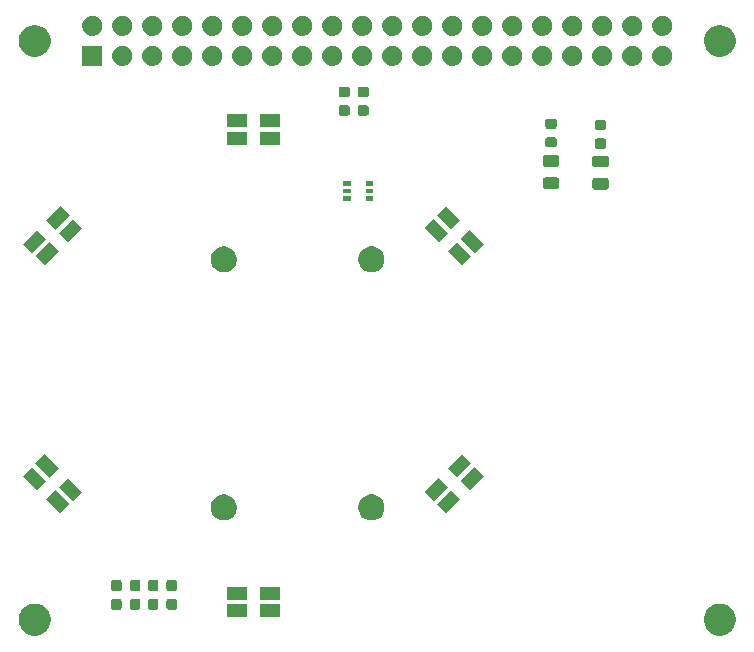
<source format=gts>
G04 #@! TF.GenerationSoftware,KiCad,Pcbnew,(5.0.2)-1*
G04 #@! TF.CreationDate,2019-03-22T12:59:56+11:00*
G04 #@! TF.ProjectId,VeinCamHat,5665696e-4361-46d4-9861-742e6b696361,rev?*
G04 #@! TF.SameCoordinates,Original*
G04 #@! TF.FileFunction,Soldermask,Top*
G04 #@! TF.FilePolarity,Negative*
%FSLAX46Y46*%
G04 Gerber Fmt 4.6, Leading zero omitted, Abs format (unit mm)*
G04 Created by KiCad (PCBNEW (5.0.2)-1) date 22/03/2019 12:59:56*
%MOMM*%
%LPD*%
G01*
G04 APERTURE LIST*
%ADD10C,0.150000*%
G04 APERTURE END LIST*
D10*
G36*
X261893779Y-145201879D02*
X262139466Y-145303646D01*
X262360576Y-145451387D01*
X262548613Y-145639424D01*
X262696354Y-145860534D01*
X262798121Y-146106221D01*
X262850000Y-146367035D01*
X262850000Y-146632965D01*
X262798121Y-146893779D01*
X262696354Y-147139466D01*
X262548613Y-147360576D01*
X262360576Y-147548613D01*
X262139466Y-147696354D01*
X261893779Y-147798121D01*
X261632965Y-147850000D01*
X261367035Y-147850000D01*
X261106221Y-147798121D01*
X260860534Y-147696354D01*
X260639424Y-147548613D01*
X260451387Y-147360576D01*
X260303646Y-147139466D01*
X260201879Y-146893779D01*
X260150000Y-146632965D01*
X260150000Y-146367035D01*
X260201879Y-146106221D01*
X260303646Y-145860534D01*
X260451387Y-145639424D01*
X260639424Y-145451387D01*
X260860534Y-145303646D01*
X261106221Y-145201879D01*
X261367035Y-145150000D01*
X261632965Y-145150000D01*
X261893779Y-145201879D01*
X261893779Y-145201879D01*
G37*
G36*
X203893779Y-145201879D02*
X204139466Y-145303646D01*
X204360576Y-145451387D01*
X204548613Y-145639424D01*
X204696354Y-145860534D01*
X204798121Y-146106221D01*
X204850000Y-146367035D01*
X204850000Y-146632965D01*
X204798121Y-146893779D01*
X204696354Y-147139466D01*
X204548613Y-147360576D01*
X204360576Y-147548613D01*
X204139466Y-147696354D01*
X203893779Y-147798121D01*
X203632965Y-147850000D01*
X203367035Y-147850000D01*
X203106221Y-147798121D01*
X202860534Y-147696354D01*
X202639424Y-147548613D01*
X202451387Y-147360576D01*
X202303646Y-147139466D01*
X202201879Y-146893779D01*
X202150000Y-146632965D01*
X202150000Y-146367035D01*
X202201879Y-146106221D01*
X202303646Y-145860534D01*
X202451387Y-145639424D01*
X202639424Y-145451387D01*
X202860534Y-145303646D01*
X203106221Y-145201879D01*
X203367035Y-145150000D01*
X203632965Y-145150000D01*
X203893779Y-145201879D01*
X203893779Y-145201879D01*
G37*
G36*
X221450000Y-146300001D02*
X219750000Y-146300001D01*
X219750000Y-145200001D01*
X221450000Y-145200001D01*
X221450000Y-146300001D01*
X221450000Y-146300001D01*
G37*
G36*
X224250000Y-146300001D02*
X222550000Y-146300001D01*
X222550000Y-145200001D01*
X224250000Y-145200001D01*
X224250000Y-146300001D01*
X224250000Y-146300001D01*
G37*
G36*
X210694002Y-144728960D02*
X210730301Y-144739971D01*
X210763758Y-144757854D01*
X210793081Y-144781919D01*
X210817146Y-144811242D01*
X210835029Y-144844699D01*
X210846040Y-144880998D01*
X210850000Y-144921204D01*
X210850000Y-145478796D01*
X210846040Y-145519002D01*
X210835029Y-145555301D01*
X210817146Y-145588758D01*
X210793081Y-145618081D01*
X210763758Y-145642146D01*
X210730301Y-145660029D01*
X210694002Y-145671040D01*
X210653796Y-145675000D01*
X210171204Y-145675000D01*
X210130998Y-145671040D01*
X210094699Y-145660029D01*
X210061242Y-145642146D01*
X210031919Y-145618081D01*
X210007854Y-145588758D01*
X209989971Y-145555301D01*
X209978960Y-145519002D01*
X209975000Y-145478796D01*
X209975000Y-144921204D01*
X209978960Y-144880998D01*
X209989971Y-144844699D01*
X210007854Y-144811242D01*
X210031919Y-144781919D01*
X210061242Y-144757854D01*
X210094699Y-144739971D01*
X210130998Y-144728960D01*
X210171204Y-144725000D01*
X210653796Y-144725000D01*
X210694002Y-144728960D01*
X210694002Y-144728960D01*
G37*
G36*
X215369002Y-144728960D02*
X215405301Y-144739971D01*
X215438758Y-144757854D01*
X215468081Y-144781919D01*
X215492146Y-144811242D01*
X215510029Y-144844699D01*
X215521040Y-144880998D01*
X215525000Y-144921204D01*
X215525000Y-145478796D01*
X215521040Y-145519002D01*
X215510029Y-145555301D01*
X215492146Y-145588758D01*
X215468081Y-145618081D01*
X215438758Y-145642146D01*
X215405301Y-145660029D01*
X215369002Y-145671040D01*
X215328796Y-145675000D01*
X214846204Y-145675000D01*
X214805998Y-145671040D01*
X214769699Y-145660029D01*
X214736242Y-145642146D01*
X214706919Y-145618081D01*
X214682854Y-145588758D01*
X214664971Y-145555301D01*
X214653960Y-145519002D01*
X214650000Y-145478796D01*
X214650000Y-144921204D01*
X214653960Y-144880998D01*
X214664971Y-144844699D01*
X214682854Y-144811242D01*
X214706919Y-144781919D01*
X214736242Y-144757854D01*
X214769699Y-144739971D01*
X214805998Y-144728960D01*
X214846204Y-144725000D01*
X215328796Y-144725000D01*
X215369002Y-144728960D01*
X215369002Y-144728960D01*
G37*
G36*
X213794002Y-144728960D02*
X213830301Y-144739971D01*
X213863758Y-144757854D01*
X213893081Y-144781919D01*
X213917146Y-144811242D01*
X213935029Y-144844699D01*
X213946040Y-144880998D01*
X213950000Y-144921204D01*
X213950000Y-145478796D01*
X213946040Y-145519002D01*
X213935029Y-145555301D01*
X213917146Y-145588758D01*
X213893081Y-145618081D01*
X213863758Y-145642146D01*
X213830301Y-145660029D01*
X213794002Y-145671040D01*
X213753796Y-145675000D01*
X213271204Y-145675000D01*
X213230998Y-145671040D01*
X213194699Y-145660029D01*
X213161242Y-145642146D01*
X213131919Y-145618081D01*
X213107854Y-145588758D01*
X213089971Y-145555301D01*
X213078960Y-145519002D01*
X213075000Y-145478796D01*
X213075000Y-144921204D01*
X213078960Y-144880998D01*
X213089971Y-144844699D01*
X213107854Y-144811242D01*
X213131919Y-144781919D01*
X213161242Y-144757854D01*
X213194699Y-144739971D01*
X213230998Y-144728960D01*
X213271204Y-144725000D01*
X213753796Y-144725000D01*
X213794002Y-144728960D01*
X213794002Y-144728960D01*
G37*
G36*
X212269002Y-144728960D02*
X212305301Y-144739971D01*
X212338758Y-144757854D01*
X212368081Y-144781919D01*
X212392146Y-144811242D01*
X212410029Y-144844699D01*
X212421040Y-144880998D01*
X212425000Y-144921204D01*
X212425000Y-145478796D01*
X212421040Y-145519002D01*
X212410029Y-145555301D01*
X212392146Y-145588758D01*
X212368081Y-145618081D01*
X212338758Y-145642146D01*
X212305301Y-145660029D01*
X212269002Y-145671040D01*
X212228796Y-145675000D01*
X211746204Y-145675000D01*
X211705998Y-145671040D01*
X211669699Y-145660029D01*
X211636242Y-145642146D01*
X211606919Y-145618081D01*
X211582854Y-145588758D01*
X211564971Y-145555301D01*
X211553960Y-145519002D01*
X211550000Y-145478796D01*
X211550000Y-144921204D01*
X211553960Y-144880998D01*
X211564971Y-144844699D01*
X211582854Y-144811242D01*
X211606919Y-144781919D01*
X211636242Y-144757854D01*
X211669699Y-144739971D01*
X211705998Y-144728960D01*
X211746204Y-144725000D01*
X212228796Y-144725000D01*
X212269002Y-144728960D01*
X212269002Y-144728960D01*
G37*
G36*
X224250000Y-144799999D02*
X222550000Y-144799999D01*
X222550000Y-143699999D01*
X224250000Y-143699999D01*
X224250000Y-144799999D01*
X224250000Y-144799999D01*
G37*
G36*
X221450000Y-144799999D02*
X219750000Y-144799999D01*
X219750000Y-143699999D01*
X221450000Y-143699999D01*
X221450000Y-144799999D01*
X221450000Y-144799999D01*
G37*
G36*
X210694002Y-143128960D02*
X210730301Y-143139971D01*
X210763758Y-143157854D01*
X210793081Y-143181919D01*
X210817146Y-143211242D01*
X210835029Y-143244699D01*
X210846040Y-143280998D01*
X210850000Y-143321204D01*
X210850000Y-143878796D01*
X210846040Y-143919002D01*
X210835029Y-143955301D01*
X210817146Y-143988758D01*
X210793081Y-144018081D01*
X210763758Y-144042146D01*
X210730301Y-144060029D01*
X210694002Y-144071040D01*
X210653796Y-144075000D01*
X210171204Y-144075000D01*
X210130998Y-144071040D01*
X210094699Y-144060029D01*
X210061242Y-144042146D01*
X210031919Y-144018081D01*
X210007854Y-143988758D01*
X209989971Y-143955301D01*
X209978960Y-143919002D01*
X209975000Y-143878796D01*
X209975000Y-143321204D01*
X209978960Y-143280998D01*
X209989971Y-143244699D01*
X210007854Y-143211242D01*
X210031919Y-143181919D01*
X210061242Y-143157854D01*
X210094699Y-143139971D01*
X210130998Y-143128960D01*
X210171204Y-143125000D01*
X210653796Y-143125000D01*
X210694002Y-143128960D01*
X210694002Y-143128960D01*
G37*
G36*
X212269002Y-143128960D02*
X212305301Y-143139971D01*
X212338758Y-143157854D01*
X212368081Y-143181919D01*
X212392146Y-143211242D01*
X212410029Y-143244699D01*
X212421040Y-143280998D01*
X212425000Y-143321204D01*
X212425000Y-143878796D01*
X212421040Y-143919002D01*
X212410029Y-143955301D01*
X212392146Y-143988758D01*
X212368081Y-144018081D01*
X212338758Y-144042146D01*
X212305301Y-144060029D01*
X212269002Y-144071040D01*
X212228796Y-144075000D01*
X211746204Y-144075000D01*
X211705998Y-144071040D01*
X211669699Y-144060029D01*
X211636242Y-144042146D01*
X211606919Y-144018081D01*
X211582854Y-143988758D01*
X211564971Y-143955301D01*
X211553960Y-143919002D01*
X211550000Y-143878796D01*
X211550000Y-143321204D01*
X211553960Y-143280998D01*
X211564971Y-143244699D01*
X211582854Y-143211242D01*
X211606919Y-143181919D01*
X211636242Y-143157854D01*
X211669699Y-143139971D01*
X211705998Y-143128960D01*
X211746204Y-143125000D01*
X212228796Y-143125000D01*
X212269002Y-143128960D01*
X212269002Y-143128960D01*
G37*
G36*
X213794002Y-143128960D02*
X213830301Y-143139971D01*
X213863758Y-143157854D01*
X213893081Y-143181919D01*
X213917146Y-143211242D01*
X213935029Y-143244699D01*
X213946040Y-143280998D01*
X213950000Y-143321204D01*
X213950000Y-143878796D01*
X213946040Y-143919002D01*
X213935029Y-143955301D01*
X213917146Y-143988758D01*
X213893081Y-144018081D01*
X213863758Y-144042146D01*
X213830301Y-144060029D01*
X213794002Y-144071040D01*
X213753796Y-144075000D01*
X213271204Y-144075000D01*
X213230998Y-144071040D01*
X213194699Y-144060029D01*
X213161242Y-144042146D01*
X213131919Y-144018081D01*
X213107854Y-143988758D01*
X213089971Y-143955301D01*
X213078960Y-143919002D01*
X213075000Y-143878796D01*
X213075000Y-143321204D01*
X213078960Y-143280998D01*
X213089971Y-143244699D01*
X213107854Y-143211242D01*
X213131919Y-143181919D01*
X213161242Y-143157854D01*
X213194699Y-143139971D01*
X213230998Y-143128960D01*
X213271204Y-143125000D01*
X213753796Y-143125000D01*
X213794002Y-143128960D01*
X213794002Y-143128960D01*
G37*
G36*
X215369002Y-143128960D02*
X215405301Y-143139971D01*
X215438758Y-143157854D01*
X215468081Y-143181919D01*
X215492146Y-143211242D01*
X215510029Y-143244699D01*
X215521040Y-143280998D01*
X215525000Y-143321204D01*
X215525000Y-143878796D01*
X215521040Y-143919002D01*
X215510029Y-143955301D01*
X215492146Y-143988758D01*
X215468081Y-144018081D01*
X215438758Y-144042146D01*
X215405301Y-144060029D01*
X215369002Y-144071040D01*
X215328796Y-144075000D01*
X214846204Y-144075000D01*
X214805998Y-144071040D01*
X214769699Y-144060029D01*
X214736242Y-144042146D01*
X214706919Y-144018081D01*
X214682854Y-143988758D01*
X214664971Y-143955301D01*
X214653960Y-143919002D01*
X214650000Y-143878796D01*
X214650000Y-143321204D01*
X214653960Y-143280998D01*
X214664971Y-143244699D01*
X214682854Y-143211242D01*
X214706919Y-143181919D01*
X214736242Y-143157854D01*
X214769699Y-143139971D01*
X214805998Y-143128960D01*
X214846204Y-143125000D01*
X215328796Y-143125000D01*
X215369002Y-143128960D01*
X215369002Y-143128960D01*
G37*
G36*
X219820858Y-135942272D02*
X219962411Y-136000906D01*
X220021045Y-136025193D01*
X220140884Y-136105267D01*
X220201211Y-136145576D01*
X220354424Y-136298789D01*
X220354425Y-136298791D01*
X220474807Y-136478955D01*
X220474807Y-136478956D01*
X220557728Y-136679142D01*
X220600000Y-136891659D01*
X220600000Y-137108341D01*
X220557728Y-137320858D01*
X220499094Y-137462411D01*
X220474807Y-137521045D01*
X220394733Y-137640884D01*
X220354424Y-137701211D01*
X220201211Y-137854424D01*
X220140884Y-137894733D01*
X220021045Y-137974807D01*
X219962411Y-137999094D01*
X219820858Y-138057728D01*
X219608341Y-138100000D01*
X219391659Y-138100000D01*
X219179142Y-138057728D01*
X219037589Y-137999094D01*
X218978955Y-137974807D01*
X218859116Y-137894733D01*
X218798789Y-137854424D01*
X218645576Y-137701211D01*
X218605267Y-137640884D01*
X218525193Y-137521045D01*
X218500906Y-137462411D01*
X218442272Y-137320858D01*
X218400000Y-137108341D01*
X218400000Y-136891659D01*
X218442272Y-136679142D01*
X218525193Y-136478956D01*
X218525193Y-136478955D01*
X218645575Y-136298791D01*
X218645576Y-136298789D01*
X218798789Y-136145576D01*
X218859116Y-136105267D01*
X218978955Y-136025193D01*
X219037589Y-136000906D01*
X219179142Y-135942272D01*
X219391659Y-135900000D01*
X219608341Y-135900000D01*
X219820858Y-135942272D01*
X219820858Y-135942272D01*
G37*
G36*
X232320858Y-135942272D02*
X232462411Y-136000906D01*
X232521045Y-136025193D01*
X232640884Y-136105267D01*
X232701211Y-136145576D01*
X232854424Y-136298789D01*
X232854425Y-136298791D01*
X232974807Y-136478955D01*
X232974807Y-136478956D01*
X233057728Y-136679142D01*
X233100000Y-136891659D01*
X233100000Y-137108341D01*
X233057728Y-137320858D01*
X232999094Y-137462411D01*
X232974807Y-137521045D01*
X232894733Y-137640884D01*
X232854424Y-137701211D01*
X232701211Y-137854424D01*
X232640884Y-137894733D01*
X232521045Y-137974807D01*
X232462411Y-137999094D01*
X232320858Y-138057728D01*
X232108341Y-138100000D01*
X231891659Y-138100000D01*
X231679142Y-138057728D01*
X231537589Y-137999094D01*
X231478955Y-137974807D01*
X231359116Y-137894733D01*
X231298789Y-137854424D01*
X231145576Y-137701211D01*
X231105267Y-137640884D01*
X231025193Y-137521045D01*
X231000906Y-137462411D01*
X230942272Y-137320858D01*
X230900000Y-137108341D01*
X230900000Y-136891659D01*
X230942272Y-136679142D01*
X231025193Y-136478956D01*
X231025193Y-136478955D01*
X231145575Y-136298791D01*
X231145576Y-136298789D01*
X231298789Y-136145576D01*
X231359116Y-136105267D01*
X231478955Y-136025193D01*
X231537589Y-136000906D01*
X231679142Y-135942272D01*
X231891659Y-135900000D01*
X232108341Y-135900000D01*
X232320858Y-135942272D01*
X232320858Y-135942272D01*
G37*
G36*
X206449569Y-136732412D02*
X205671751Y-137510230D01*
X204469669Y-136308148D01*
X205247487Y-135530330D01*
X206449569Y-136732412D01*
X206449569Y-136732412D01*
G37*
G36*
X239530331Y-136308148D02*
X238328249Y-137510230D01*
X237550431Y-136732412D01*
X238752513Y-135530330D01*
X239530331Y-136308148D01*
X239530331Y-136308148D01*
G37*
G36*
X238469670Y-135247487D02*
X237267588Y-136449569D01*
X236489770Y-135671751D01*
X237691852Y-134469669D01*
X238469670Y-135247487D01*
X238469670Y-135247487D01*
G37*
G36*
X207510230Y-135671751D02*
X206732412Y-136449569D01*
X205530330Y-135247487D01*
X206308148Y-134469669D01*
X207510230Y-135671751D01*
X207510230Y-135671751D01*
G37*
G36*
X241510230Y-134328249D02*
X240308148Y-135530331D01*
X239530330Y-134752513D01*
X240732412Y-133550431D01*
X241510230Y-134328249D01*
X241510230Y-134328249D01*
G37*
G36*
X204469670Y-134752513D02*
X203691852Y-135530331D01*
X202489770Y-134328249D01*
X203267588Y-133550431D01*
X204469670Y-134752513D01*
X204469670Y-134752513D01*
G37*
G36*
X205530331Y-133691852D02*
X204752513Y-134469670D01*
X203550431Y-133267588D01*
X204328249Y-132489770D01*
X205530331Y-133691852D01*
X205530331Y-133691852D01*
G37*
G36*
X240449569Y-133267588D02*
X239247487Y-134469670D01*
X238469669Y-133691852D01*
X239671751Y-132489770D01*
X240449569Y-133267588D01*
X240449569Y-133267588D01*
G37*
G36*
X232320858Y-114942272D02*
X232462411Y-115000906D01*
X232521045Y-115025193D01*
X232640884Y-115105267D01*
X232701211Y-115145576D01*
X232854424Y-115298789D01*
X232854425Y-115298791D01*
X232974807Y-115478955D01*
X232974807Y-115478956D01*
X233057728Y-115679142D01*
X233100000Y-115891659D01*
X233100000Y-116108341D01*
X233057728Y-116320858D01*
X232999094Y-116462411D01*
X232974807Y-116521045D01*
X232894733Y-116640884D01*
X232854424Y-116701211D01*
X232701211Y-116854424D01*
X232640884Y-116894733D01*
X232521045Y-116974807D01*
X232462411Y-116999094D01*
X232320858Y-117057728D01*
X232108341Y-117100000D01*
X231891659Y-117100000D01*
X231679142Y-117057728D01*
X231537589Y-116999094D01*
X231478955Y-116974807D01*
X231359116Y-116894733D01*
X231298789Y-116854424D01*
X231145576Y-116701211D01*
X231105267Y-116640884D01*
X231025193Y-116521045D01*
X231000906Y-116462411D01*
X230942272Y-116320858D01*
X230900000Y-116108341D01*
X230900000Y-115891659D01*
X230942272Y-115679142D01*
X231025193Y-115478956D01*
X231025193Y-115478955D01*
X231145575Y-115298791D01*
X231145576Y-115298789D01*
X231298789Y-115145576D01*
X231359116Y-115105267D01*
X231478955Y-115025193D01*
X231537589Y-115000906D01*
X231679142Y-114942272D01*
X231891659Y-114900000D01*
X232108341Y-114900000D01*
X232320858Y-114942272D01*
X232320858Y-114942272D01*
G37*
G36*
X219820858Y-114942272D02*
X219962411Y-115000906D01*
X220021045Y-115025193D01*
X220140884Y-115105267D01*
X220201211Y-115145576D01*
X220354424Y-115298789D01*
X220354425Y-115298791D01*
X220474807Y-115478955D01*
X220474807Y-115478956D01*
X220557728Y-115679142D01*
X220600000Y-115891659D01*
X220600000Y-116108341D01*
X220557728Y-116320858D01*
X220499094Y-116462411D01*
X220474807Y-116521045D01*
X220394733Y-116640884D01*
X220354424Y-116701211D01*
X220201211Y-116854424D01*
X220140884Y-116894733D01*
X220021045Y-116974807D01*
X219962411Y-116999094D01*
X219820858Y-117057728D01*
X219608341Y-117100000D01*
X219391659Y-117100000D01*
X219179142Y-117057728D01*
X219037589Y-116999094D01*
X218978955Y-116974807D01*
X218859116Y-116894733D01*
X218798789Y-116854424D01*
X218645576Y-116701211D01*
X218605267Y-116640884D01*
X218525193Y-116521045D01*
X218500906Y-116462411D01*
X218442272Y-116320858D01*
X218400000Y-116108341D01*
X218400000Y-115891659D01*
X218442272Y-115679142D01*
X218525193Y-115478956D01*
X218525193Y-115478955D01*
X218645575Y-115298791D01*
X218645576Y-115298789D01*
X218798789Y-115145576D01*
X218859116Y-115105267D01*
X218978955Y-115025193D01*
X219037589Y-115000906D01*
X219179142Y-114942272D01*
X219391659Y-114900000D01*
X219608341Y-114900000D01*
X219820858Y-114942272D01*
X219820858Y-114942272D01*
G37*
G36*
X205530331Y-115308148D02*
X204328249Y-116510230D01*
X203550431Y-115732412D01*
X204752513Y-114530330D01*
X205530331Y-115308148D01*
X205530331Y-115308148D01*
G37*
G36*
X240449569Y-115732412D02*
X239671751Y-116510230D01*
X238469669Y-115308148D01*
X239247487Y-114530330D01*
X240449569Y-115732412D01*
X240449569Y-115732412D01*
G37*
G36*
X241510230Y-114671751D02*
X240732412Y-115449569D01*
X239530330Y-114247487D01*
X240308148Y-113469669D01*
X241510230Y-114671751D01*
X241510230Y-114671751D01*
G37*
G36*
X204469670Y-114247487D02*
X203267588Y-115449569D01*
X202489770Y-114671751D01*
X203691852Y-113469669D01*
X204469670Y-114247487D01*
X204469670Y-114247487D01*
G37*
G36*
X238469670Y-113752513D02*
X237691852Y-114530331D01*
X236489770Y-113328249D01*
X237267588Y-112550431D01*
X238469670Y-113752513D01*
X238469670Y-113752513D01*
G37*
G36*
X207510230Y-113328249D02*
X206308148Y-114530331D01*
X205530330Y-113752513D01*
X206732412Y-112550431D01*
X207510230Y-113328249D01*
X207510230Y-113328249D01*
G37*
G36*
X239530331Y-112691852D02*
X238752513Y-113469670D01*
X237550431Y-112267588D01*
X238328249Y-111489770D01*
X239530331Y-112691852D01*
X239530331Y-112691852D01*
G37*
G36*
X206449569Y-112267588D02*
X205247487Y-113469670D01*
X204469669Y-112691852D01*
X205671751Y-111489770D01*
X206449569Y-112267588D01*
X206449569Y-112267588D01*
G37*
G36*
X230275000Y-111050000D02*
X229625000Y-111050000D01*
X229625000Y-110650000D01*
X230275000Y-110650000D01*
X230275000Y-111050000D01*
X230275000Y-111050000D01*
G37*
G36*
X232175000Y-111050000D02*
X231525000Y-111050000D01*
X231525000Y-110650000D01*
X232175000Y-110650000D01*
X232175000Y-111050000D01*
X232175000Y-111050000D01*
G37*
G36*
X230275000Y-110400000D02*
X229625000Y-110400000D01*
X229625000Y-110000000D01*
X230275000Y-110000000D01*
X230275000Y-110400000D01*
X230275000Y-110400000D01*
G37*
G36*
X232175000Y-110400000D02*
X231525000Y-110400000D01*
X231525000Y-110000000D01*
X232175000Y-110000000D01*
X232175000Y-110400000D01*
X232175000Y-110400000D01*
G37*
G36*
X251923879Y-109116940D02*
X251964869Y-109129374D01*
X252002644Y-109149566D01*
X252035758Y-109176742D01*
X252062934Y-109209856D01*
X252083126Y-109247631D01*
X252095560Y-109288621D01*
X252100000Y-109333704D01*
X252100000Y-109866296D01*
X252095560Y-109911379D01*
X252083126Y-109952369D01*
X252062934Y-109990144D01*
X252035758Y-110023258D01*
X252002644Y-110050434D01*
X251964869Y-110070626D01*
X251923879Y-110083060D01*
X251878796Y-110087500D01*
X250921204Y-110087500D01*
X250876121Y-110083060D01*
X250835131Y-110070626D01*
X250797356Y-110050434D01*
X250764242Y-110023258D01*
X250737066Y-109990144D01*
X250716874Y-109952369D01*
X250704440Y-109911379D01*
X250700000Y-109866296D01*
X250700000Y-109333704D01*
X250704440Y-109288621D01*
X250716874Y-109247631D01*
X250737066Y-109209856D01*
X250764242Y-109176742D01*
X250797356Y-109149566D01*
X250835131Y-109129374D01*
X250876121Y-109116940D01*
X250921204Y-109112500D01*
X251878796Y-109112500D01*
X251923879Y-109116940D01*
X251923879Y-109116940D01*
G37*
G36*
X247723879Y-109054440D02*
X247764869Y-109066874D01*
X247802644Y-109087066D01*
X247835758Y-109114242D01*
X247862934Y-109147356D01*
X247883126Y-109185131D01*
X247895560Y-109226121D01*
X247900000Y-109271204D01*
X247900000Y-109803796D01*
X247895560Y-109848879D01*
X247883126Y-109889869D01*
X247862934Y-109927644D01*
X247835758Y-109960758D01*
X247802644Y-109987934D01*
X247764869Y-110008126D01*
X247723879Y-110020560D01*
X247678796Y-110025000D01*
X246721204Y-110025000D01*
X246676121Y-110020560D01*
X246635131Y-110008126D01*
X246597356Y-109987934D01*
X246564242Y-109960758D01*
X246537066Y-109927644D01*
X246516874Y-109889869D01*
X246504440Y-109848879D01*
X246500000Y-109803796D01*
X246500000Y-109271204D01*
X246504440Y-109226121D01*
X246516874Y-109185131D01*
X246537066Y-109147356D01*
X246564242Y-109114242D01*
X246597356Y-109087066D01*
X246635131Y-109066874D01*
X246676121Y-109054440D01*
X246721204Y-109050000D01*
X247678796Y-109050000D01*
X247723879Y-109054440D01*
X247723879Y-109054440D01*
G37*
G36*
X232175000Y-109750000D02*
X231525000Y-109750000D01*
X231525000Y-109350000D01*
X232175000Y-109350000D01*
X232175000Y-109750000D01*
X232175000Y-109750000D01*
G37*
G36*
X230275000Y-109750000D02*
X229625000Y-109750000D01*
X229625000Y-109350000D01*
X230275000Y-109350000D01*
X230275000Y-109750000D01*
X230275000Y-109750000D01*
G37*
G36*
X251923879Y-107241940D02*
X251964869Y-107254374D01*
X252002644Y-107274566D01*
X252035758Y-107301742D01*
X252062934Y-107334856D01*
X252083126Y-107372631D01*
X252095560Y-107413621D01*
X252100000Y-107458704D01*
X252100000Y-107991296D01*
X252095560Y-108036379D01*
X252083126Y-108077369D01*
X252062934Y-108115144D01*
X252035758Y-108148258D01*
X252002644Y-108175434D01*
X251964869Y-108195626D01*
X251923879Y-108208060D01*
X251878796Y-108212500D01*
X250921204Y-108212500D01*
X250876121Y-108208060D01*
X250835131Y-108195626D01*
X250797356Y-108175434D01*
X250764242Y-108148258D01*
X250737066Y-108115144D01*
X250716874Y-108077369D01*
X250704440Y-108036379D01*
X250700000Y-107991296D01*
X250700000Y-107458704D01*
X250704440Y-107413621D01*
X250716874Y-107372631D01*
X250737066Y-107334856D01*
X250764242Y-107301742D01*
X250797356Y-107274566D01*
X250835131Y-107254374D01*
X250876121Y-107241940D01*
X250921204Y-107237500D01*
X251878796Y-107237500D01*
X251923879Y-107241940D01*
X251923879Y-107241940D01*
G37*
G36*
X247723879Y-107179440D02*
X247764869Y-107191874D01*
X247802644Y-107212066D01*
X247835758Y-107239242D01*
X247862934Y-107272356D01*
X247883126Y-107310131D01*
X247895560Y-107351121D01*
X247900000Y-107396204D01*
X247900000Y-107928796D01*
X247895560Y-107973879D01*
X247883126Y-108014869D01*
X247862934Y-108052644D01*
X247835758Y-108085758D01*
X247802644Y-108112934D01*
X247764869Y-108133126D01*
X247723879Y-108145560D01*
X247678796Y-108150000D01*
X246721204Y-108150000D01*
X246676121Y-108145560D01*
X246635131Y-108133126D01*
X246597356Y-108112934D01*
X246564242Y-108085758D01*
X246537066Y-108052644D01*
X246516874Y-108014869D01*
X246504440Y-107973879D01*
X246500000Y-107928796D01*
X246500000Y-107396204D01*
X246504440Y-107351121D01*
X246516874Y-107310131D01*
X246537066Y-107272356D01*
X246564242Y-107239242D01*
X246597356Y-107212066D01*
X246635131Y-107191874D01*
X246676121Y-107179440D01*
X246721204Y-107175000D01*
X247678796Y-107175000D01*
X247723879Y-107179440D01*
X247723879Y-107179440D01*
G37*
G36*
X251719002Y-105753960D02*
X251755301Y-105764971D01*
X251788758Y-105782854D01*
X251818081Y-105806919D01*
X251842146Y-105836242D01*
X251860029Y-105869699D01*
X251871040Y-105905998D01*
X251875000Y-105946204D01*
X251875000Y-106428796D01*
X251871040Y-106469002D01*
X251860029Y-106505301D01*
X251842146Y-106538758D01*
X251818081Y-106568081D01*
X251788758Y-106592146D01*
X251755301Y-106610029D01*
X251719002Y-106621040D01*
X251678796Y-106625000D01*
X251121204Y-106625000D01*
X251080998Y-106621040D01*
X251044699Y-106610029D01*
X251011242Y-106592146D01*
X250981919Y-106568081D01*
X250957854Y-106538758D01*
X250939971Y-106505301D01*
X250928960Y-106469002D01*
X250925000Y-106428796D01*
X250925000Y-105946204D01*
X250928960Y-105905998D01*
X250939971Y-105869699D01*
X250957854Y-105836242D01*
X250981919Y-105806919D01*
X251011242Y-105782854D01*
X251044699Y-105764971D01*
X251080998Y-105753960D01*
X251121204Y-105750000D01*
X251678796Y-105750000D01*
X251719002Y-105753960D01*
X251719002Y-105753960D01*
G37*
G36*
X247519002Y-105653960D02*
X247555301Y-105664971D01*
X247588758Y-105682854D01*
X247618081Y-105706919D01*
X247642146Y-105736242D01*
X247660029Y-105769699D01*
X247671040Y-105805998D01*
X247675000Y-105846204D01*
X247675000Y-106328796D01*
X247671040Y-106369002D01*
X247660029Y-106405301D01*
X247642146Y-106438758D01*
X247618081Y-106468081D01*
X247588758Y-106492146D01*
X247555301Y-106510029D01*
X247519002Y-106521040D01*
X247478796Y-106525000D01*
X246921204Y-106525000D01*
X246880998Y-106521040D01*
X246844699Y-106510029D01*
X246811242Y-106492146D01*
X246781919Y-106468081D01*
X246757854Y-106438758D01*
X246739971Y-106405301D01*
X246728960Y-106369002D01*
X246725000Y-106328796D01*
X246725000Y-105846204D01*
X246728960Y-105805998D01*
X246739971Y-105769699D01*
X246757854Y-105736242D01*
X246781919Y-105706919D01*
X246811242Y-105682854D01*
X246844699Y-105664971D01*
X246880998Y-105653960D01*
X246921204Y-105650000D01*
X247478796Y-105650000D01*
X247519002Y-105653960D01*
X247519002Y-105653960D01*
G37*
G36*
X221450000Y-106300000D02*
X219750000Y-106300000D01*
X219750000Y-105200000D01*
X221450000Y-105200000D01*
X221450000Y-106300000D01*
X221450000Y-106300000D01*
G37*
G36*
X224250000Y-106300000D02*
X222550000Y-106300000D01*
X222550000Y-105200000D01*
X224250000Y-105200000D01*
X224250000Y-106300000D01*
X224250000Y-106300000D01*
G37*
G36*
X251719002Y-104178960D02*
X251755301Y-104189971D01*
X251788758Y-104207854D01*
X251818081Y-104231919D01*
X251842146Y-104261242D01*
X251860029Y-104294699D01*
X251871040Y-104330998D01*
X251875000Y-104371204D01*
X251875000Y-104853796D01*
X251871040Y-104894002D01*
X251860029Y-104930301D01*
X251842146Y-104963758D01*
X251818081Y-104993081D01*
X251788758Y-105017146D01*
X251755301Y-105035029D01*
X251719002Y-105046040D01*
X251678796Y-105050000D01*
X251121204Y-105050000D01*
X251080998Y-105046040D01*
X251044699Y-105035029D01*
X251011242Y-105017146D01*
X250981919Y-104993081D01*
X250957854Y-104963758D01*
X250939971Y-104930301D01*
X250928960Y-104894002D01*
X250925000Y-104853796D01*
X250925000Y-104371204D01*
X250928960Y-104330998D01*
X250939971Y-104294699D01*
X250957854Y-104261242D01*
X250981919Y-104231919D01*
X251011242Y-104207854D01*
X251044699Y-104189971D01*
X251080998Y-104178960D01*
X251121204Y-104175000D01*
X251678796Y-104175000D01*
X251719002Y-104178960D01*
X251719002Y-104178960D01*
G37*
G36*
X247519002Y-104078960D02*
X247555301Y-104089971D01*
X247588758Y-104107854D01*
X247618081Y-104131919D01*
X247642146Y-104161242D01*
X247660029Y-104194699D01*
X247671040Y-104230998D01*
X247675000Y-104271204D01*
X247675000Y-104753796D01*
X247671040Y-104794002D01*
X247660029Y-104830301D01*
X247642146Y-104863758D01*
X247618081Y-104893081D01*
X247588758Y-104917146D01*
X247555301Y-104935029D01*
X247519002Y-104946040D01*
X247478796Y-104950000D01*
X246921204Y-104950000D01*
X246880998Y-104946040D01*
X246844699Y-104935029D01*
X246811242Y-104917146D01*
X246781919Y-104893081D01*
X246757854Y-104863758D01*
X246739971Y-104830301D01*
X246728960Y-104794002D01*
X246725000Y-104753796D01*
X246725000Y-104271204D01*
X246728960Y-104230998D01*
X246739971Y-104194699D01*
X246757854Y-104161242D01*
X246781919Y-104131919D01*
X246811242Y-104107854D01*
X246844699Y-104089971D01*
X246880998Y-104078960D01*
X246921204Y-104075000D01*
X247478796Y-104075000D01*
X247519002Y-104078960D01*
X247519002Y-104078960D01*
G37*
G36*
X224250000Y-104800000D02*
X222550000Y-104800000D01*
X222550000Y-103700000D01*
X224250000Y-103700000D01*
X224250000Y-104800000D01*
X224250000Y-104800000D01*
G37*
G36*
X221450000Y-104800000D02*
X219750000Y-104800000D01*
X219750000Y-103700000D01*
X221450000Y-103700000D01*
X221450000Y-104800000D01*
X221450000Y-104800000D01*
G37*
G36*
X231619002Y-102953960D02*
X231655301Y-102964971D01*
X231688758Y-102982854D01*
X231718081Y-103006919D01*
X231742146Y-103036242D01*
X231760029Y-103069699D01*
X231771040Y-103105998D01*
X231775000Y-103146204D01*
X231775000Y-103628796D01*
X231771040Y-103669002D01*
X231760029Y-103705301D01*
X231742146Y-103738758D01*
X231718081Y-103768081D01*
X231688758Y-103792146D01*
X231655301Y-103810029D01*
X231619002Y-103821040D01*
X231578796Y-103825000D01*
X231021204Y-103825000D01*
X230980998Y-103821040D01*
X230944699Y-103810029D01*
X230911242Y-103792146D01*
X230881919Y-103768081D01*
X230857854Y-103738758D01*
X230839971Y-103705301D01*
X230828960Y-103669002D01*
X230825000Y-103628796D01*
X230825000Y-103146204D01*
X230828960Y-103105998D01*
X230839971Y-103069699D01*
X230857854Y-103036242D01*
X230881919Y-103006919D01*
X230911242Y-102982854D01*
X230944699Y-102964971D01*
X230980998Y-102953960D01*
X231021204Y-102950000D01*
X231578796Y-102950000D01*
X231619002Y-102953960D01*
X231619002Y-102953960D01*
G37*
G36*
X230019002Y-102953960D02*
X230055301Y-102964971D01*
X230088758Y-102982854D01*
X230118081Y-103006919D01*
X230142146Y-103036242D01*
X230160029Y-103069699D01*
X230171040Y-103105998D01*
X230175000Y-103146204D01*
X230175000Y-103628796D01*
X230171040Y-103669002D01*
X230160029Y-103705301D01*
X230142146Y-103738758D01*
X230118081Y-103768081D01*
X230088758Y-103792146D01*
X230055301Y-103810029D01*
X230019002Y-103821040D01*
X229978796Y-103825000D01*
X229421204Y-103825000D01*
X229380998Y-103821040D01*
X229344699Y-103810029D01*
X229311242Y-103792146D01*
X229281919Y-103768081D01*
X229257854Y-103738758D01*
X229239971Y-103705301D01*
X229228960Y-103669002D01*
X229225000Y-103628796D01*
X229225000Y-103146204D01*
X229228960Y-103105998D01*
X229239971Y-103069699D01*
X229257854Y-103036242D01*
X229281919Y-103006919D01*
X229311242Y-102982854D01*
X229344699Y-102964971D01*
X229380998Y-102953960D01*
X229421204Y-102950000D01*
X229978796Y-102950000D01*
X230019002Y-102953960D01*
X230019002Y-102953960D01*
G37*
G36*
X231619002Y-101378960D02*
X231655301Y-101389971D01*
X231688758Y-101407854D01*
X231718081Y-101431919D01*
X231742146Y-101461242D01*
X231760029Y-101494699D01*
X231771040Y-101530998D01*
X231775000Y-101571204D01*
X231775000Y-102053796D01*
X231771040Y-102094002D01*
X231760029Y-102130301D01*
X231742146Y-102163758D01*
X231718081Y-102193081D01*
X231688758Y-102217146D01*
X231655301Y-102235029D01*
X231619002Y-102246040D01*
X231578796Y-102250000D01*
X231021204Y-102250000D01*
X230980998Y-102246040D01*
X230944699Y-102235029D01*
X230911242Y-102217146D01*
X230881919Y-102193081D01*
X230857854Y-102163758D01*
X230839971Y-102130301D01*
X230828960Y-102094002D01*
X230825000Y-102053796D01*
X230825000Y-101571204D01*
X230828960Y-101530998D01*
X230839971Y-101494699D01*
X230857854Y-101461242D01*
X230881919Y-101431919D01*
X230911242Y-101407854D01*
X230944699Y-101389971D01*
X230980998Y-101378960D01*
X231021204Y-101375000D01*
X231578796Y-101375000D01*
X231619002Y-101378960D01*
X231619002Y-101378960D01*
G37*
G36*
X230019002Y-101378960D02*
X230055301Y-101389971D01*
X230088758Y-101407854D01*
X230118081Y-101431919D01*
X230142146Y-101461242D01*
X230160029Y-101494699D01*
X230171040Y-101530998D01*
X230175000Y-101571204D01*
X230175000Y-102053796D01*
X230171040Y-102094002D01*
X230160029Y-102130301D01*
X230142146Y-102163758D01*
X230118081Y-102193081D01*
X230088758Y-102217146D01*
X230055301Y-102235029D01*
X230019002Y-102246040D01*
X229978796Y-102250000D01*
X229421204Y-102250000D01*
X229380998Y-102246040D01*
X229344699Y-102235029D01*
X229311242Y-102217146D01*
X229281919Y-102193081D01*
X229257854Y-102163758D01*
X229239971Y-102130301D01*
X229228960Y-102094002D01*
X229225000Y-102053796D01*
X229225000Y-101571204D01*
X229228960Y-101530998D01*
X229239971Y-101494699D01*
X229257854Y-101461242D01*
X229281919Y-101431919D01*
X229311242Y-101407854D01*
X229344699Y-101389971D01*
X229380998Y-101378960D01*
X229421204Y-101375000D01*
X229978796Y-101375000D01*
X230019002Y-101378960D01*
X230019002Y-101378960D01*
G37*
G36*
X254256629Y-97932299D02*
X254379563Y-97969591D01*
X254416855Y-97980903D01*
X254470712Y-98009691D01*
X254564517Y-98059830D01*
X254693948Y-98166052D01*
X254800170Y-98295483D01*
X254850309Y-98389288D01*
X254879097Y-98443145D01*
X254879097Y-98443146D01*
X254927701Y-98603371D01*
X254944112Y-98770000D01*
X254927701Y-98936629D01*
X254890409Y-99059563D01*
X254879097Y-99096855D01*
X254850309Y-99150712D01*
X254800170Y-99244517D01*
X254693948Y-99373948D01*
X254564517Y-99480170D01*
X254470712Y-99530309D01*
X254416855Y-99559097D01*
X254379563Y-99570409D01*
X254256629Y-99607701D01*
X254131753Y-99620000D01*
X254048247Y-99620000D01*
X253923371Y-99607701D01*
X253800437Y-99570409D01*
X253763145Y-99559097D01*
X253709288Y-99530309D01*
X253615483Y-99480170D01*
X253486052Y-99373948D01*
X253379830Y-99244517D01*
X253329691Y-99150712D01*
X253300903Y-99096855D01*
X253289591Y-99059563D01*
X253252299Y-98936629D01*
X253235888Y-98770000D01*
X253252299Y-98603371D01*
X253300903Y-98443146D01*
X253300903Y-98443145D01*
X253329691Y-98389288D01*
X253379830Y-98295483D01*
X253486052Y-98166052D01*
X253615483Y-98059830D01*
X253709288Y-98009691D01*
X253763145Y-97980903D01*
X253800437Y-97969591D01*
X253923371Y-97932299D01*
X254048247Y-97920000D01*
X254131753Y-97920000D01*
X254256629Y-97932299D01*
X254256629Y-97932299D01*
G37*
G36*
X256796629Y-97932299D02*
X256919563Y-97969591D01*
X256956855Y-97980903D01*
X257010712Y-98009691D01*
X257104517Y-98059830D01*
X257233948Y-98166052D01*
X257340170Y-98295483D01*
X257390309Y-98389288D01*
X257419097Y-98443145D01*
X257419097Y-98443146D01*
X257467701Y-98603371D01*
X257484112Y-98770000D01*
X257467701Y-98936629D01*
X257430409Y-99059563D01*
X257419097Y-99096855D01*
X257390309Y-99150712D01*
X257340170Y-99244517D01*
X257233948Y-99373948D01*
X257104517Y-99480170D01*
X257010712Y-99530309D01*
X256956855Y-99559097D01*
X256919563Y-99570409D01*
X256796629Y-99607701D01*
X256671753Y-99620000D01*
X256588247Y-99620000D01*
X256463371Y-99607701D01*
X256340437Y-99570409D01*
X256303145Y-99559097D01*
X256249288Y-99530309D01*
X256155483Y-99480170D01*
X256026052Y-99373948D01*
X255919830Y-99244517D01*
X255869691Y-99150712D01*
X255840903Y-99096855D01*
X255829591Y-99059563D01*
X255792299Y-98936629D01*
X255775888Y-98770000D01*
X255792299Y-98603371D01*
X255840903Y-98443146D01*
X255840903Y-98443145D01*
X255869691Y-98389288D01*
X255919830Y-98295483D01*
X256026052Y-98166052D01*
X256155483Y-98059830D01*
X256249288Y-98009691D01*
X256303145Y-97980903D01*
X256340437Y-97969591D01*
X256463371Y-97932299D01*
X256588247Y-97920000D01*
X256671753Y-97920000D01*
X256796629Y-97932299D01*
X256796629Y-97932299D01*
G37*
G36*
X251716629Y-97932299D02*
X251839563Y-97969591D01*
X251876855Y-97980903D01*
X251930712Y-98009691D01*
X252024517Y-98059830D01*
X252153948Y-98166052D01*
X252260170Y-98295483D01*
X252310309Y-98389288D01*
X252339097Y-98443145D01*
X252339097Y-98443146D01*
X252387701Y-98603371D01*
X252404112Y-98770000D01*
X252387701Y-98936629D01*
X252350409Y-99059563D01*
X252339097Y-99096855D01*
X252310309Y-99150712D01*
X252260170Y-99244517D01*
X252153948Y-99373948D01*
X252024517Y-99480170D01*
X251930712Y-99530309D01*
X251876855Y-99559097D01*
X251839563Y-99570409D01*
X251716629Y-99607701D01*
X251591753Y-99620000D01*
X251508247Y-99620000D01*
X251383371Y-99607701D01*
X251260437Y-99570409D01*
X251223145Y-99559097D01*
X251169288Y-99530309D01*
X251075483Y-99480170D01*
X250946052Y-99373948D01*
X250839830Y-99244517D01*
X250789691Y-99150712D01*
X250760903Y-99096855D01*
X250749591Y-99059563D01*
X250712299Y-98936629D01*
X250695888Y-98770000D01*
X250712299Y-98603371D01*
X250760903Y-98443146D01*
X250760903Y-98443145D01*
X250789691Y-98389288D01*
X250839830Y-98295483D01*
X250946052Y-98166052D01*
X251075483Y-98059830D01*
X251169288Y-98009691D01*
X251223145Y-97980903D01*
X251260437Y-97969591D01*
X251383371Y-97932299D01*
X251508247Y-97920000D01*
X251591753Y-97920000D01*
X251716629Y-97932299D01*
X251716629Y-97932299D01*
G37*
G36*
X249176629Y-97932299D02*
X249299563Y-97969591D01*
X249336855Y-97980903D01*
X249390712Y-98009691D01*
X249484517Y-98059830D01*
X249613948Y-98166052D01*
X249720170Y-98295483D01*
X249770309Y-98389288D01*
X249799097Y-98443145D01*
X249799097Y-98443146D01*
X249847701Y-98603371D01*
X249864112Y-98770000D01*
X249847701Y-98936629D01*
X249810409Y-99059563D01*
X249799097Y-99096855D01*
X249770309Y-99150712D01*
X249720170Y-99244517D01*
X249613948Y-99373948D01*
X249484517Y-99480170D01*
X249390712Y-99530309D01*
X249336855Y-99559097D01*
X249299563Y-99570409D01*
X249176629Y-99607701D01*
X249051753Y-99620000D01*
X248968247Y-99620000D01*
X248843371Y-99607701D01*
X248720437Y-99570409D01*
X248683145Y-99559097D01*
X248629288Y-99530309D01*
X248535483Y-99480170D01*
X248406052Y-99373948D01*
X248299830Y-99244517D01*
X248249691Y-99150712D01*
X248220903Y-99096855D01*
X248209591Y-99059563D01*
X248172299Y-98936629D01*
X248155888Y-98770000D01*
X248172299Y-98603371D01*
X248220903Y-98443146D01*
X248220903Y-98443145D01*
X248249691Y-98389288D01*
X248299830Y-98295483D01*
X248406052Y-98166052D01*
X248535483Y-98059830D01*
X248629288Y-98009691D01*
X248683145Y-97980903D01*
X248720437Y-97969591D01*
X248843371Y-97932299D01*
X248968247Y-97920000D01*
X249051753Y-97920000D01*
X249176629Y-97932299D01*
X249176629Y-97932299D01*
G37*
G36*
X246636629Y-97932299D02*
X246759563Y-97969591D01*
X246796855Y-97980903D01*
X246850712Y-98009691D01*
X246944517Y-98059830D01*
X247073948Y-98166052D01*
X247180170Y-98295483D01*
X247230309Y-98389288D01*
X247259097Y-98443145D01*
X247259097Y-98443146D01*
X247307701Y-98603371D01*
X247324112Y-98770000D01*
X247307701Y-98936629D01*
X247270409Y-99059563D01*
X247259097Y-99096855D01*
X247230309Y-99150712D01*
X247180170Y-99244517D01*
X247073948Y-99373948D01*
X246944517Y-99480170D01*
X246850712Y-99530309D01*
X246796855Y-99559097D01*
X246759563Y-99570409D01*
X246636629Y-99607701D01*
X246511753Y-99620000D01*
X246428247Y-99620000D01*
X246303371Y-99607701D01*
X246180437Y-99570409D01*
X246143145Y-99559097D01*
X246089288Y-99530309D01*
X245995483Y-99480170D01*
X245866052Y-99373948D01*
X245759830Y-99244517D01*
X245709691Y-99150712D01*
X245680903Y-99096855D01*
X245669591Y-99059563D01*
X245632299Y-98936629D01*
X245615888Y-98770000D01*
X245632299Y-98603371D01*
X245680903Y-98443146D01*
X245680903Y-98443145D01*
X245709691Y-98389288D01*
X245759830Y-98295483D01*
X245866052Y-98166052D01*
X245995483Y-98059830D01*
X246089288Y-98009691D01*
X246143145Y-97980903D01*
X246180437Y-97969591D01*
X246303371Y-97932299D01*
X246428247Y-97920000D01*
X246511753Y-97920000D01*
X246636629Y-97932299D01*
X246636629Y-97932299D01*
G37*
G36*
X244096629Y-97932299D02*
X244219563Y-97969591D01*
X244256855Y-97980903D01*
X244310712Y-98009691D01*
X244404517Y-98059830D01*
X244533948Y-98166052D01*
X244640170Y-98295483D01*
X244690309Y-98389288D01*
X244719097Y-98443145D01*
X244719097Y-98443146D01*
X244767701Y-98603371D01*
X244784112Y-98770000D01*
X244767701Y-98936629D01*
X244730409Y-99059563D01*
X244719097Y-99096855D01*
X244690309Y-99150712D01*
X244640170Y-99244517D01*
X244533948Y-99373948D01*
X244404517Y-99480170D01*
X244310712Y-99530309D01*
X244256855Y-99559097D01*
X244219563Y-99570409D01*
X244096629Y-99607701D01*
X243971753Y-99620000D01*
X243888247Y-99620000D01*
X243763371Y-99607701D01*
X243640437Y-99570409D01*
X243603145Y-99559097D01*
X243549288Y-99530309D01*
X243455483Y-99480170D01*
X243326052Y-99373948D01*
X243219830Y-99244517D01*
X243169691Y-99150712D01*
X243140903Y-99096855D01*
X243129591Y-99059563D01*
X243092299Y-98936629D01*
X243075888Y-98770000D01*
X243092299Y-98603371D01*
X243140903Y-98443146D01*
X243140903Y-98443145D01*
X243169691Y-98389288D01*
X243219830Y-98295483D01*
X243326052Y-98166052D01*
X243455483Y-98059830D01*
X243549288Y-98009691D01*
X243603145Y-97980903D01*
X243640437Y-97969591D01*
X243763371Y-97932299D01*
X243888247Y-97920000D01*
X243971753Y-97920000D01*
X244096629Y-97932299D01*
X244096629Y-97932299D01*
G37*
G36*
X241556629Y-97932299D02*
X241679563Y-97969591D01*
X241716855Y-97980903D01*
X241770712Y-98009691D01*
X241864517Y-98059830D01*
X241993948Y-98166052D01*
X242100170Y-98295483D01*
X242150309Y-98389288D01*
X242179097Y-98443145D01*
X242179097Y-98443146D01*
X242227701Y-98603371D01*
X242244112Y-98770000D01*
X242227701Y-98936629D01*
X242190409Y-99059563D01*
X242179097Y-99096855D01*
X242150309Y-99150712D01*
X242100170Y-99244517D01*
X241993948Y-99373948D01*
X241864517Y-99480170D01*
X241770712Y-99530309D01*
X241716855Y-99559097D01*
X241679563Y-99570409D01*
X241556629Y-99607701D01*
X241431753Y-99620000D01*
X241348247Y-99620000D01*
X241223371Y-99607701D01*
X241100437Y-99570409D01*
X241063145Y-99559097D01*
X241009288Y-99530309D01*
X240915483Y-99480170D01*
X240786052Y-99373948D01*
X240679830Y-99244517D01*
X240629691Y-99150712D01*
X240600903Y-99096855D01*
X240589591Y-99059563D01*
X240552299Y-98936629D01*
X240535888Y-98770000D01*
X240552299Y-98603371D01*
X240600903Y-98443146D01*
X240600903Y-98443145D01*
X240629691Y-98389288D01*
X240679830Y-98295483D01*
X240786052Y-98166052D01*
X240915483Y-98059830D01*
X241009288Y-98009691D01*
X241063145Y-97980903D01*
X241100437Y-97969591D01*
X241223371Y-97932299D01*
X241348247Y-97920000D01*
X241431753Y-97920000D01*
X241556629Y-97932299D01*
X241556629Y-97932299D01*
G37*
G36*
X239016629Y-97932299D02*
X239139563Y-97969591D01*
X239176855Y-97980903D01*
X239230712Y-98009691D01*
X239324517Y-98059830D01*
X239453948Y-98166052D01*
X239560170Y-98295483D01*
X239610309Y-98389288D01*
X239639097Y-98443145D01*
X239639097Y-98443146D01*
X239687701Y-98603371D01*
X239704112Y-98770000D01*
X239687701Y-98936629D01*
X239650409Y-99059563D01*
X239639097Y-99096855D01*
X239610309Y-99150712D01*
X239560170Y-99244517D01*
X239453948Y-99373948D01*
X239324517Y-99480170D01*
X239230712Y-99530309D01*
X239176855Y-99559097D01*
X239139563Y-99570409D01*
X239016629Y-99607701D01*
X238891753Y-99620000D01*
X238808247Y-99620000D01*
X238683371Y-99607701D01*
X238560437Y-99570409D01*
X238523145Y-99559097D01*
X238469288Y-99530309D01*
X238375483Y-99480170D01*
X238246052Y-99373948D01*
X238139830Y-99244517D01*
X238089691Y-99150712D01*
X238060903Y-99096855D01*
X238049591Y-99059563D01*
X238012299Y-98936629D01*
X237995888Y-98770000D01*
X238012299Y-98603371D01*
X238060903Y-98443146D01*
X238060903Y-98443145D01*
X238089691Y-98389288D01*
X238139830Y-98295483D01*
X238246052Y-98166052D01*
X238375483Y-98059830D01*
X238469288Y-98009691D01*
X238523145Y-97980903D01*
X238560437Y-97969591D01*
X238683371Y-97932299D01*
X238808247Y-97920000D01*
X238891753Y-97920000D01*
X239016629Y-97932299D01*
X239016629Y-97932299D01*
G37*
G36*
X236476629Y-97932299D02*
X236599563Y-97969591D01*
X236636855Y-97980903D01*
X236690712Y-98009691D01*
X236784517Y-98059830D01*
X236913948Y-98166052D01*
X237020170Y-98295483D01*
X237070309Y-98389288D01*
X237099097Y-98443145D01*
X237099097Y-98443146D01*
X237147701Y-98603371D01*
X237164112Y-98770000D01*
X237147701Y-98936629D01*
X237110409Y-99059563D01*
X237099097Y-99096855D01*
X237070309Y-99150712D01*
X237020170Y-99244517D01*
X236913948Y-99373948D01*
X236784517Y-99480170D01*
X236690712Y-99530309D01*
X236636855Y-99559097D01*
X236599563Y-99570409D01*
X236476629Y-99607701D01*
X236351753Y-99620000D01*
X236268247Y-99620000D01*
X236143371Y-99607701D01*
X236020437Y-99570409D01*
X235983145Y-99559097D01*
X235929288Y-99530309D01*
X235835483Y-99480170D01*
X235706052Y-99373948D01*
X235599830Y-99244517D01*
X235549691Y-99150712D01*
X235520903Y-99096855D01*
X235509591Y-99059563D01*
X235472299Y-98936629D01*
X235455888Y-98770000D01*
X235472299Y-98603371D01*
X235520903Y-98443146D01*
X235520903Y-98443145D01*
X235549691Y-98389288D01*
X235599830Y-98295483D01*
X235706052Y-98166052D01*
X235835483Y-98059830D01*
X235929288Y-98009691D01*
X235983145Y-97980903D01*
X236020437Y-97969591D01*
X236143371Y-97932299D01*
X236268247Y-97920000D01*
X236351753Y-97920000D01*
X236476629Y-97932299D01*
X236476629Y-97932299D01*
G37*
G36*
X233936629Y-97932299D02*
X234059563Y-97969591D01*
X234096855Y-97980903D01*
X234150712Y-98009691D01*
X234244517Y-98059830D01*
X234373948Y-98166052D01*
X234480170Y-98295483D01*
X234530309Y-98389288D01*
X234559097Y-98443145D01*
X234559097Y-98443146D01*
X234607701Y-98603371D01*
X234624112Y-98770000D01*
X234607701Y-98936629D01*
X234570409Y-99059563D01*
X234559097Y-99096855D01*
X234530309Y-99150712D01*
X234480170Y-99244517D01*
X234373948Y-99373948D01*
X234244517Y-99480170D01*
X234150712Y-99530309D01*
X234096855Y-99559097D01*
X234059563Y-99570409D01*
X233936629Y-99607701D01*
X233811753Y-99620000D01*
X233728247Y-99620000D01*
X233603371Y-99607701D01*
X233480437Y-99570409D01*
X233443145Y-99559097D01*
X233389288Y-99530309D01*
X233295483Y-99480170D01*
X233166052Y-99373948D01*
X233059830Y-99244517D01*
X233009691Y-99150712D01*
X232980903Y-99096855D01*
X232969591Y-99059563D01*
X232932299Y-98936629D01*
X232915888Y-98770000D01*
X232932299Y-98603371D01*
X232980903Y-98443146D01*
X232980903Y-98443145D01*
X233009691Y-98389288D01*
X233059830Y-98295483D01*
X233166052Y-98166052D01*
X233295483Y-98059830D01*
X233389288Y-98009691D01*
X233443145Y-97980903D01*
X233480437Y-97969591D01*
X233603371Y-97932299D01*
X233728247Y-97920000D01*
X233811753Y-97920000D01*
X233936629Y-97932299D01*
X233936629Y-97932299D01*
G37*
G36*
X228856629Y-97932299D02*
X228979563Y-97969591D01*
X229016855Y-97980903D01*
X229070712Y-98009691D01*
X229164517Y-98059830D01*
X229293948Y-98166052D01*
X229400170Y-98295483D01*
X229450309Y-98389288D01*
X229479097Y-98443145D01*
X229479097Y-98443146D01*
X229527701Y-98603371D01*
X229544112Y-98770000D01*
X229527701Y-98936629D01*
X229490409Y-99059563D01*
X229479097Y-99096855D01*
X229450309Y-99150712D01*
X229400170Y-99244517D01*
X229293948Y-99373948D01*
X229164517Y-99480170D01*
X229070712Y-99530309D01*
X229016855Y-99559097D01*
X228979563Y-99570409D01*
X228856629Y-99607701D01*
X228731753Y-99620000D01*
X228648247Y-99620000D01*
X228523371Y-99607701D01*
X228400437Y-99570409D01*
X228363145Y-99559097D01*
X228309288Y-99530309D01*
X228215483Y-99480170D01*
X228086052Y-99373948D01*
X227979830Y-99244517D01*
X227929691Y-99150712D01*
X227900903Y-99096855D01*
X227889591Y-99059563D01*
X227852299Y-98936629D01*
X227835888Y-98770000D01*
X227852299Y-98603371D01*
X227900903Y-98443146D01*
X227900903Y-98443145D01*
X227929691Y-98389288D01*
X227979830Y-98295483D01*
X228086052Y-98166052D01*
X228215483Y-98059830D01*
X228309288Y-98009691D01*
X228363145Y-97980903D01*
X228400437Y-97969591D01*
X228523371Y-97932299D01*
X228648247Y-97920000D01*
X228731753Y-97920000D01*
X228856629Y-97932299D01*
X228856629Y-97932299D01*
G37*
G36*
X226316629Y-97932299D02*
X226439563Y-97969591D01*
X226476855Y-97980903D01*
X226530712Y-98009691D01*
X226624517Y-98059830D01*
X226753948Y-98166052D01*
X226860170Y-98295483D01*
X226910309Y-98389288D01*
X226939097Y-98443145D01*
X226939097Y-98443146D01*
X226987701Y-98603371D01*
X227004112Y-98770000D01*
X226987701Y-98936629D01*
X226950409Y-99059563D01*
X226939097Y-99096855D01*
X226910309Y-99150712D01*
X226860170Y-99244517D01*
X226753948Y-99373948D01*
X226624517Y-99480170D01*
X226530712Y-99530309D01*
X226476855Y-99559097D01*
X226439563Y-99570409D01*
X226316629Y-99607701D01*
X226191753Y-99620000D01*
X226108247Y-99620000D01*
X225983371Y-99607701D01*
X225860437Y-99570409D01*
X225823145Y-99559097D01*
X225769288Y-99530309D01*
X225675483Y-99480170D01*
X225546052Y-99373948D01*
X225439830Y-99244517D01*
X225389691Y-99150712D01*
X225360903Y-99096855D01*
X225349591Y-99059563D01*
X225312299Y-98936629D01*
X225295888Y-98770000D01*
X225312299Y-98603371D01*
X225360903Y-98443146D01*
X225360903Y-98443145D01*
X225389691Y-98389288D01*
X225439830Y-98295483D01*
X225546052Y-98166052D01*
X225675483Y-98059830D01*
X225769288Y-98009691D01*
X225823145Y-97980903D01*
X225860437Y-97969591D01*
X225983371Y-97932299D01*
X226108247Y-97920000D01*
X226191753Y-97920000D01*
X226316629Y-97932299D01*
X226316629Y-97932299D01*
G37*
G36*
X223776629Y-97932299D02*
X223899563Y-97969591D01*
X223936855Y-97980903D01*
X223990712Y-98009691D01*
X224084517Y-98059830D01*
X224213948Y-98166052D01*
X224320170Y-98295483D01*
X224370309Y-98389288D01*
X224399097Y-98443145D01*
X224399097Y-98443146D01*
X224447701Y-98603371D01*
X224464112Y-98770000D01*
X224447701Y-98936629D01*
X224410409Y-99059563D01*
X224399097Y-99096855D01*
X224370309Y-99150712D01*
X224320170Y-99244517D01*
X224213948Y-99373948D01*
X224084517Y-99480170D01*
X223990712Y-99530309D01*
X223936855Y-99559097D01*
X223899563Y-99570409D01*
X223776629Y-99607701D01*
X223651753Y-99620000D01*
X223568247Y-99620000D01*
X223443371Y-99607701D01*
X223320437Y-99570409D01*
X223283145Y-99559097D01*
X223229288Y-99530309D01*
X223135483Y-99480170D01*
X223006052Y-99373948D01*
X222899830Y-99244517D01*
X222849691Y-99150712D01*
X222820903Y-99096855D01*
X222809591Y-99059563D01*
X222772299Y-98936629D01*
X222755888Y-98770000D01*
X222772299Y-98603371D01*
X222820903Y-98443146D01*
X222820903Y-98443145D01*
X222849691Y-98389288D01*
X222899830Y-98295483D01*
X223006052Y-98166052D01*
X223135483Y-98059830D01*
X223229288Y-98009691D01*
X223283145Y-97980903D01*
X223320437Y-97969591D01*
X223443371Y-97932299D01*
X223568247Y-97920000D01*
X223651753Y-97920000D01*
X223776629Y-97932299D01*
X223776629Y-97932299D01*
G37*
G36*
X221236629Y-97932299D02*
X221359563Y-97969591D01*
X221396855Y-97980903D01*
X221450712Y-98009691D01*
X221544517Y-98059830D01*
X221673948Y-98166052D01*
X221780170Y-98295483D01*
X221830309Y-98389288D01*
X221859097Y-98443145D01*
X221859097Y-98443146D01*
X221907701Y-98603371D01*
X221924112Y-98770000D01*
X221907701Y-98936629D01*
X221870409Y-99059563D01*
X221859097Y-99096855D01*
X221830309Y-99150712D01*
X221780170Y-99244517D01*
X221673948Y-99373948D01*
X221544517Y-99480170D01*
X221450712Y-99530309D01*
X221396855Y-99559097D01*
X221359563Y-99570409D01*
X221236629Y-99607701D01*
X221111753Y-99620000D01*
X221028247Y-99620000D01*
X220903371Y-99607701D01*
X220780437Y-99570409D01*
X220743145Y-99559097D01*
X220689288Y-99530309D01*
X220595483Y-99480170D01*
X220466052Y-99373948D01*
X220359830Y-99244517D01*
X220309691Y-99150712D01*
X220280903Y-99096855D01*
X220269591Y-99059563D01*
X220232299Y-98936629D01*
X220215888Y-98770000D01*
X220232299Y-98603371D01*
X220280903Y-98443146D01*
X220280903Y-98443145D01*
X220309691Y-98389288D01*
X220359830Y-98295483D01*
X220466052Y-98166052D01*
X220595483Y-98059830D01*
X220689288Y-98009691D01*
X220743145Y-97980903D01*
X220780437Y-97969591D01*
X220903371Y-97932299D01*
X221028247Y-97920000D01*
X221111753Y-97920000D01*
X221236629Y-97932299D01*
X221236629Y-97932299D01*
G37*
G36*
X218696629Y-97932299D02*
X218819563Y-97969591D01*
X218856855Y-97980903D01*
X218910712Y-98009691D01*
X219004517Y-98059830D01*
X219133948Y-98166052D01*
X219240170Y-98295483D01*
X219290309Y-98389288D01*
X219319097Y-98443145D01*
X219319097Y-98443146D01*
X219367701Y-98603371D01*
X219384112Y-98770000D01*
X219367701Y-98936629D01*
X219330409Y-99059563D01*
X219319097Y-99096855D01*
X219290309Y-99150712D01*
X219240170Y-99244517D01*
X219133948Y-99373948D01*
X219004517Y-99480170D01*
X218910712Y-99530309D01*
X218856855Y-99559097D01*
X218819563Y-99570409D01*
X218696629Y-99607701D01*
X218571753Y-99620000D01*
X218488247Y-99620000D01*
X218363371Y-99607701D01*
X218240437Y-99570409D01*
X218203145Y-99559097D01*
X218149288Y-99530309D01*
X218055483Y-99480170D01*
X217926052Y-99373948D01*
X217819830Y-99244517D01*
X217769691Y-99150712D01*
X217740903Y-99096855D01*
X217729591Y-99059563D01*
X217692299Y-98936629D01*
X217675888Y-98770000D01*
X217692299Y-98603371D01*
X217740903Y-98443146D01*
X217740903Y-98443145D01*
X217769691Y-98389288D01*
X217819830Y-98295483D01*
X217926052Y-98166052D01*
X218055483Y-98059830D01*
X218149288Y-98009691D01*
X218203145Y-97980903D01*
X218240437Y-97969591D01*
X218363371Y-97932299D01*
X218488247Y-97920000D01*
X218571753Y-97920000D01*
X218696629Y-97932299D01*
X218696629Y-97932299D01*
G37*
G36*
X213616629Y-97932299D02*
X213739563Y-97969591D01*
X213776855Y-97980903D01*
X213830712Y-98009691D01*
X213924517Y-98059830D01*
X214053948Y-98166052D01*
X214160170Y-98295483D01*
X214210309Y-98389288D01*
X214239097Y-98443145D01*
X214239097Y-98443146D01*
X214287701Y-98603371D01*
X214304112Y-98770000D01*
X214287701Y-98936629D01*
X214250409Y-99059563D01*
X214239097Y-99096855D01*
X214210309Y-99150712D01*
X214160170Y-99244517D01*
X214053948Y-99373948D01*
X213924517Y-99480170D01*
X213830712Y-99530309D01*
X213776855Y-99559097D01*
X213739563Y-99570409D01*
X213616629Y-99607701D01*
X213491753Y-99620000D01*
X213408247Y-99620000D01*
X213283371Y-99607701D01*
X213160437Y-99570409D01*
X213123145Y-99559097D01*
X213069288Y-99530309D01*
X212975483Y-99480170D01*
X212846052Y-99373948D01*
X212739830Y-99244517D01*
X212689691Y-99150712D01*
X212660903Y-99096855D01*
X212649591Y-99059563D01*
X212612299Y-98936629D01*
X212595888Y-98770000D01*
X212612299Y-98603371D01*
X212660903Y-98443146D01*
X212660903Y-98443145D01*
X212689691Y-98389288D01*
X212739830Y-98295483D01*
X212846052Y-98166052D01*
X212975483Y-98059830D01*
X213069288Y-98009691D01*
X213123145Y-97980903D01*
X213160437Y-97969591D01*
X213283371Y-97932299D01*
X213408247Y-97920000D01*
X213491753Y-97920000D01*
X213616629Y-97932299D01*
X213616629Y-97932299D01*
G37*
G36*
X209220000Y-99620000D02*
X207520000Y-99620000D01*
X207520000Y-97920000D01*
X209220000Y-97920000D01*
X209220000Y-99620000D01*
X209220000Y-99620000D01*
G37*
G36*
X211076629Y-97932299D02*
X211199563Y-97969591D01*
X211236855Y-97980903D01*
X211290712Y-98009691D01*
X211384517Y-98059830D01*
X211513948Y-98166052D01*
X211620170Y-98295483D01*
X211670309Y-98389288D01*
X211699097Y-98443145D01*
X211699097Y-98443146D01*
X211747701Y-98603371D01*
X211764112Y-98770000D01*
X211747701Y-98936629D01*
X211710409Y-99059563D01*
X211699097Y-99096855D01*
X211670309Y-99150712D01*
X211620170Y-99244517D01*
X211513948Y-99373948D01*
X211384517Y-99480170D01*
X211290712Y-99530309D01*
X211236855Y-99559097D01*
X211199563Y-99570409D01*
X211076629Y-99607701D01*
X210951753Y-99620000D01*
X210868247Y-99620000D01*
X210743371Y-99607701D01*
X210620437Y-99570409D01*
X210583145Y-99559097D01*
X210529288Y-99530309D01*
X210435483Y-99480170D01*
X210306052Y-99373948D01*
X210199830Y-99244517D01*
X210149691Y-99150712D01*
X210120903Y-99096855D01*
X210109591Y-99059563D01*
X210072299Y-98936629D01*
X210055888Y-98770000D01*
X210072299Y-98603371D01*
X210120903Y-98443146D01*
X210120903Y-98443145D01*
X210149691Y-98389288D01*
X210199830Y-98295483D01*
X210306052Y-98166052D01*
X210435483Y-98059830D01*
X210529288Y-98009691D01*
X210583145Y-97980903D01*
X210620437Y-97969591D01*
X210743371Y-97932299D01*
X210868247Y-97920000D01*
X210951753Y-97920000D01*
X211076629Y-97932299D01*
X211076629Y-97932299D01*
G37*
G36*
X216156629Y-97932299D02*
X216279563Y-97969591D01*
X216316855Y-97980903D01*
X216370712Y-98009691D01*
X216464517Y-98059830D01*
X216593948Y-98166052D01*
X216700170Y-98295483D01*
X216750309Y-98389288D01*
X216779097Y-98443145D01*
X216779097Y-98443146D01*
X216827701Y-98603371D01*
X216844112Y-98770000D01*
X216827701Y-98936629D01*
X216790409Y-99059563D01*
X216779097Y-99096855D01*
X216750309Y-99150712D01*
X216700170Y-99244517D01*
X216593948Y-99373948D01*
X216464517Y-99480170D01*
X216370712Y-99530309D01*
X216316855Y-99559097D01*
X216279563Y-99570409D01*
X216156629Y-99607701D01*
X216031753Y-99620000D01*
X215948247Y-99620000D01*
X215823371Y-99607701D01*
X215700437Y-99570409D01*
X215663145Y-99559097D01*
X215609288Y-99530309D01*
X215515483Y-99480170D01*
X215386052Y-99373948D01*
X215279830Y-99244517D01*
X215229691Y-99150712D01*
X215200903Y-99096855D01*
X215189591Y-99059563D01*
X215152299Y-98936629D01*
X215135888Y-98770000D01*
X215152299Y-98603371D01*
X215200903Y-98443146D01*
X215200903Y-98443145D01*
X215229691Y-98389288D01*
X215279830Y-98295483D01*
X215386052Y-98166052D01*
X215515483Y-98059830D01*
X215609288Y-98009691D01*
X215663145Y-97980903D01*
X215700437Y-97969591D01*
X215823371Y-97932299D01*
X215948247Y-97920000D01*
X216031753Y-97920000D01*
X216156629Y-97932299D01*
X216156629Y-97932299D01*
G37*
G36*
X231396629Y-97932299D02*
X231519563Y-97969591D01*
X231556855Y-97980903D01*
X231610712Y-98009691D01*
X231704517Y-98059830D01*
X231833948Y-98166052D01*
X231940170Y-98295483D01*
X231990309Y-98389288D01*
X232019097Y-98443145D01*
X232019097Y-98443146D01*
X232067701Y-98603371D01*
X232084112Y-98770000D01*
X232067701Y-98936629D01*
X232030409Y-99059563D01*
X232019097Y-99096855D01*
X231990309Y-99150712D01*
X231940170Y-99244517D01*
X231833948Y-99373948D01*
X231704517Y-99480170D01*
X231610712Y-99530309D01*
X231556855Y-99559097D01*
X231519563Y-99570409D01*
X231396629Y-99607701D01*
X231271753Y-99620000D01*
X231188247Y-99620000D01*
X231063371Y-99607701D01*
X230940437Y-99570409D01*
X230903145Y-99559097D01*
X230849288Y-99530309D01*
X230755483Y-99480170D01*
X230626052Y-99373948D01*
X230519830Y-99244517D01*
X230469691Y-99150712D01*
X230440903Y-99096855D01*
X230429591Y-99059563D01*
X230392299Y-98936629D01*
X230375888Y-98770000D01*
X230392299Y-98603371D01*
X230440903Y-98443146D01*
X230440903Y-98443145D01*
X230469691Y-98389288D01*
X230519830Y-98295483D01*
X230626052Y-98166052D01*
X230755483Y-98059830D01*
X230849288Y-98009691D01*
X230903145Y-97980903D01*
X230940437Y-97969591D01*
X231063371Y-97932299D01*
X231188247Y-97920000D01*
X231271753Y-97920000D01*
X231396629Y-97932299D01*
X231396629Y-97932299D01*
G37*
G36*
X261893779Y-96201879D02*
X262139466Y-96303646D01*
X262360576Y-96451387D01*
X262548613Y-96639424D01*
X262696354Y-96860534D01*
X262798121Y-97106221D01*
X262850000Y-97367035D01*
X262850000Y-97632965D01*
X262798121Y-97893779D01*
X262696354Y-98139466D01*
X262548613Y-98360576D01*
X262360576Y-98548613D01*
X262139466Y-98696354D01*
X261893779Y-98798121D01*
X261632965Y-98850000D01*
X261367035Y-98850000D01*
X261106221Y-98798121D01*
X260860534Y-98696354D01*
X260639424Y-98548613D01*
X260451387Y-98360576D01*
X260303646Y-98139466D01*
X260201879Y-97893779D01*
X260150000Y-97632965D01*
X260150000Y-97367035D01*
X260201879Y-97106221D01*
X260303646Y-96860534D01*
X260451387Y-96639424D01*
X260639424Y-96451387D01*
X260860534Y-96303646D01*
X261106221Y-96201879D01*
X261367035Y-96150000D01*
X261632965Y-96150000D01*
X261893779Y-96201879D01*
X261893779Y-96201879D01*
G37*
G36*
X203893779Y-96201879D02*
X204139466Y-96303646D01*
X204360576Y-96451387D01*
X204548613Y-96639424D01*
X204696354Y-96860534D01*
X204798121Y-97106221D01*
X204850000Y-97367035D01*
X204850000Y-97632965D01*
X204798121Y-97893779D01*
X204696354Y-98139466D01*
X204548613Y-98360576D01*
X204360576Y-98548613D01*
X204139466Y-98696354D01*
X203893779Y-98798121D01*
X203632965Y-98850000D01*
X203367035Y-98850000D01*
X203106221Y-98798121D01*
X202860534Y-98696354D01*
X202639424Y-98548613D01*
X202451387Y-98360576D01*
X202303646Y-98139466D01*
X202201879Y-97893779D01*
X202150000Y-97632965D01*
X202150000Y-97367035D01*
X202201879Y-97106221D01*
X202303646Y-96860534D01*
X202451387Y-96639424D01*
X202639424Y-96451387D01*
X202860534Y-96303646D01*
X203106221Y-96201879D01*
X203367035Y-96150000D01*
X203632965Y-96150000D01*
X203893779Y-96201879D01*
X203893779Y-96201879D01*
G37*
G36*
X249176629Y-95392299D02*
X249299563Y-95429591D01*
X249336855Y-95440903D01*
X249390712Y-95469691D01*
X249484517Y-95519830D01*
X249613948Y-95626052D01*
X249720170Y-95755483D01*
X249770309Y-95849288D01*
X249799097Y-95903145D01*
X249799097Y-95903146D01*
X249847701Y-96063371D01*
X249864112Y-96230000D01*
X249847701Y-96396629D01*
X249831090Y-96451387D01*
X249799097Y-96556855D01*
X249770309Y-96610712D01*
X249720170Y-96704517D01*
X249613948Y-96833948D01*
X249484517Y-96940170D01*
X249390712Y-96990309D01*
X249336855Y-97019097D01*
X249299563Y-97030409D01*
X249176629Y-97067701D01*
X249051753Y-97080000D01*
X248968247Y-97080000D01*
X248843371Y-97067701D01*
X248720437Y-97030409D01*
X248683145Y-97019097D01*
X248629288Y-96990309D01*
X248535483Y-96940170D01*
X248406052Y-96833948D01*
X248299830Y-96704517D01*
X248249691Y-96610712D01*
X248220903Y-96556855D01*
X248188910Y-96451387D01*
X248172299Y-96396629D01*
X248155888Y-96230000D01*
X248172299Y-96063371D01*
X248220903Y-95903146D01*
X248220903Y-95903145D01*
X248249691Y-95849288D01*
X248299830Y-95755483D01*
X248406052Y-95626052D01*
X248535483Y-95519830D01*
X248629288Y-95469691D01*
X248683145Y-95440903D01*
X248720437Y-95429591D01*
X248843371Y-95392299D01*
X248968247Y-95380000D01*
X249051753Y-95380000D01*
X249176629Y-95392299D01*
X249176629Y-95392299D01*
G37*
G36*
X251716629Y-95392299D02*
X251839563Y-95429591D01*
X251876855Y-95440903D01*
X251930712Y-95469691D01*
X252024517Y-95519830D01*
X252153948Y-95626052D01*
X252260170Y-95755483D01*
X252310309Y-95849288D01*
X252339097Y-95903145D01*
X252339097Y-95903146D01*
X252387701Y-96063371D01*
X252404112Y-96230000D01*
X252387701Y-96396629D01*
X252371090Y-96451387D01*
X252339097Y-96556855D01*
X252310309Y-96610712D01*
X252260170Y-96704517D01*
X252153948Y-96833948D01*
X252024517Y-96940170D01*
X251930712Y-96990309D01*
X251876855Y-97019097D01*
X251839563Y-97030409D01*
X251716629Y-97067701D01*
X251591753Y-97080000D01*
X251508247Y-97080000D01*
X251383371Y-97067701D01*
X251260437Y-97030409D01*
X251223145Y-97019097D01*
X251169288Y-96990309D01*
X251075483Y-96940170D01*
X250946052Y-96833948D01*
X250839830Y-96704517D01*
X250789691Y-96610712D01*
X250760903Y-96556855D01*
X250728910Y-96451387D01*
X250712299Y-96396629D01*
X250695888Y-96230000D01*
X250712299Y-96063371D01*
X250760903Y-95903146D01*
X250760903Y-95903145D01*
X250789691Y-95849288D01*
X250839830Y-95755483D01*
X250946052Y-95626052D01*
X251075483Y-95519830D01*
X251169288Y-95469691D01*
X251223145Y-95440903D01*
X251260437Y-95429591D01*
X251383371Y-95392299D01*
X251508247Y-95380000D01*
X251591753Y-95380000D01*
X251716629Y-95392299D01*
X251716629Y-95392299D01*
G37*
G36*
X208536629Y-95392299D02*
X208659563Y-95429591D01*
X208696855Y-95440903D01*
X208750712Y-95469691D01*
X208844517Y-95519830D01*
X208973948Y-95626052D01*
X209080170Y-95755483D01*
X209130309Y-95849288D01*
X209159097Y-95903145D01*
X209159097Y-95903146D01*
X209207701Y-96063371D01*
X209224112Y-96230000D01*
X209207701Y-96396629D01*
X209191090Y-96451387D01*
X209159097Y-96556855D01*
X209130309Y-96610712D01*
X209080170Y-96704517D01*
X208973948Y-96833948D01*
X208844517Y-96940170D01*
X208750712Y-96990309D01*
X208696855Y-97019097D01*
X208659563Y-97030409D01*
X208536629Y-97067701D01*
X208411753Y-97080000D01*
X208328247Y-97080000D01*
X208203371Y-97067701D01*
X208080437Y-97030409D01*
X208043145Y-97019097D01*
X207989288Y-96990309D01*
X207895483Y-96940170D01*
X207766052Y-96833948D01*
X207659830Y-96704517D01*
X207609691Y-96610712D01*
X207580903Y-96556855D01*
X207548910Y-96451387D01*
X207532299Y-96396629D01*
X207515888Y-96230000D01*
X207532299Y-96063371D01*
X207580903Y-95903146D01*
X207580903Y-95903145D01*
X207609691Y-95849288D01*
X207659830Y-95755483D01*
X207766052Y-95626052D01*
X207895483Y-95519830D01*
X207989288Y-95469691D01*
X208043145Y-95440903D01*
X208080437Y-95429591D01*
X208203371Y-95392299D01*
X208328247Y-95380000D01*
X208411753Y-95380000D01*
X208536629Y-95392299D01*
X208536629Y-95392299D01*
G37*
G36*
X211076629Y-95392299D02*
X211199563Y-95429591D01*
X211236855Y-95440903D01*
X211290712Y-95469691D01*
X211384517Y-95519830D01*
X211513948Y-95626052D01*
X211620170Y-95755483D01*
X211670309Y-95849288D01*
X211699097Y-95903145D01*
X211699097Y-95903146D01*
X211747701Y-96063371D01*
X211764112Y-96230000D01*
X211747701Y-96396629D01*
X211731090Y-96451387D01*
X211699097Y-96556855D01*
X211670309Y-96610712D01*
X211620170Y-96704517D01*
X211513948Y-96833948D01*
X211384517Y-96940170D01*
X211290712Y-96990309D01*
X211236855Y-97019097D01*
X211199563Y-97030409D01*
X211076629Y-97067701D01*
X210951753Y-97080000D01*
X210868247Y-97080000D01*
X210743371Y-97067701D01*
X210620437Y-97030409D01*
X210583145Y-97019097D01*
X210529288Y-96990309D01*
X210435483Y-96940170D01*
X210306052Y-96833948D01*
X210199830Y-96704517D01*
X210149691Y-96610712D01*
X210120903Y-96556855D01*
X210088910Y-96451387D01*
X210072299Y-96396629D01*
X210055888Y-96230000D01*
X210072299Y-96063371D01*
X210120903Y-95903146D01*
X210120903Y-95903145D01*
X210149691Y-95849288D01*
X210199830Y-95755483D01*
X210306052Y-95626052D01*
X210435483Y-95519830D01*
X210529288Y-95469691D01*
X210583145Y-95440903D01*
X210620437Y-95429591D01*
X210743371Y-95392299D01*
X210868247Y-95380000D01*
X210951753Y-95380000D01*
X211076629Y-95392299D01*
X211076629Y-95392299D01*
G37*
G36*
X254256629Y-95392299D02*
X254379563Y-95429591D01*
X254416855Y-95440903D01*
X254470712Y-95469691D01*
X254564517Y-95519830D01*
X254693948Y-95626052D01*
X254800170Y-95755483D01*
X254850309Y-95849288D01*
X254879097Y-95903145D01*
X254879097Y-95903146D01*
X254927701Y-96063371D01*
X254944112Y-96230000D01*
X254927701Y-96396629D01*
X254911090Y-96451387D01*
X254879097Y-96556855D01*
X254850309Y-96610712D01*
X254800170Y-96704517D01*
X254693948Y-96833948D01*
X254564517Y-96940170D01*
X254470712Y-96990309D01*
X254416855Y-97019097D01*
X254379563Y-97030409D01*
X254256629Y-97067701D01*
X254131753Y-97080000D01*
X254048247Y-97080000D01*
X253923371Y-97067701D01*
X253800437Y-97030409D01*
X253763145Y-97019097D01*
X253709288Y-96990309D01*
X253615483Y-96940170D01*
X253486052Y-96833948D01*
X253379830Y-96704517D01*
X253329691Y-96610712D01*
X253300903Y-96556855D01*
X253268910Y-96451387D01*
X253252299Y-96396629D01*
X253235888Y-96230000D01*
X253252299Y-96063371D01*
X253300903Y-95903146D01*
X253300903Y-95903145D01*
X253329691Y-95849288D01*
X253379830Y-95755483D01*
X253486052Y-95626052D01*
X253615483Y-95519830D01*
X253709288Y-95469691D01*
X253763145Y-95440903D01*
X253800437Y-95429591D01*
X253923371Y-95392299D01*
X254048247Y-95380000D01*
X254131753Y-95380000D01*
X254256629Y-95392299D01*
X254256629Y-95392299D01*
G37*
G36*
X256796629Y-95392299D02*
X256919563Y-95429591D01*
X256956855Y-95440903D01*
X257010712Y-95469691D01*
X257104517Y-95519830D01*
X257233948Y-95626052D01*
X257340170Y-95755483D01*
X257390309Y-95849288D01*
X257419097Y-95903145D01*
X257419097Y-95903146D01*
X257467701Y-96063371D01*
X257484112Y-96230000D01*
X257467701Y-96396629D01*
X257451090Y-96451387D01*
X257419097Y-96556855D01*
X257390309Y-96610712D01*
X257340170Y-96704517D01*
X257233948Y-96833948D01*
X257104517Y-96940170D01*
X257010712Y-96990309D01*
X256956855Y-97019097D01*
X256919563Y-97030409D01*
X256796629Y-97067701D01*
X256671753Y-97080000D01*
X256588247Y-97080000D01*
X256463371Y-97067701D01*
X256340437Y-97030409D01*
X256303145Y-97019097D01*
X256249288Y-96990309D01*
X256155483Y-96940170D01*
X256026052Y-96833948D01*
X255919830Y-96704517D01*
X255869691Y-96610712D01*
X255840903Y-96556855D01*
X255808910Y-96451387D01*
X255792299Y-96396629D01*
X255775888Y-96230000D01*
X255792299Y-96063371D01*
X255840903Y-95903146D01*
X255840903Y-95903145D01*
X255869691Y-95849288D01*
X255919830Y-95755483D01*
X256026052Y-95626052D01*
X256155483Y-95519830D01*
X256249288Y-95469691D01*
X256303145Y-95440903D01*
X256340437Y-95429591D01*
X256463371Y-95392299D01*
X256588247Y-95380000D01*
X256671753Y-95380000D01*
X256796629Y-95392299D01*
X256796629Y-95392299D01*
G37*
G36*
X233936629Y-95392299D02*
X234059563Y-95429591D01*
X234096855Y-95440903D01*
X234150712Y-95469691D01*
X234244517Y-95519830D01*
X234373948Y-95626052D01*
X234480170Y-95755483D01*
X234530309Y-95849288D01*
X234559097Y-95903145D01*
X234559097Y-95903146D01*
X234607701Y-96063371D01*
X234624112Y-96230000D01*
X234607701Y-96396629D01*
X234591090Y-96451387D01*
X234559097Y-96556855D01*
X234530309Y-96610712D01*
X234480170Y-96704517D01*
X234373948Y-96833948D01*
X234244517Y-96940170D01*
X234150712Y-96990309D01*
X234096855Y-97019097D01*
X234059563Y-97030409D01*
X233936629Y-97067701D01*
X233811753Y-97080000D01*
X233728247Y-97080000D01*
X233603371Y-97067701D01*
X233480437Y-97030409D01*
X233443145Y-97019097D01*
X233389288Y-96990309D01*
X233295483Y-96940170D01*
X233166052Y-96833948D01*
X233059830Y-96704517D01*
X233009691Y-96610712D01*
X232980903Y-96556855D01*
X232948910Y-96451387D01*
X232932299Y-96396629D01*
X232915888Y-96230000D01*
X232932299Y-96063371D01*
X232980903Y-95903146D01*
X232980903Y-95903145D01*
X233009691Y-95849288D01*
X233059830Y-95755483D01*
X233166052Y-95626052D01*
X233295483Y-95519830D01*
X233389288Y-95469691D01*
X233443145Y-95440903D01*
X233480437Y-95429591D01*
X233603371Y-95392299D01*
X233728247Y-95380000D01*
X233811753Y-95380000D01*
X233936629Y-95392299D01*
X233936629Y-95392299D01*
G37*
G36*
X221236629Y-95392299D02*
X221359563Y-95429591D01*
X221396855Y-95440903D01*
X221450712Y-95469691D01*
X221544517Y-95519830D01*
X221673948Y-95626052D01*
X221780170Y-95755483D01*
X221830309Y-95849288D01*
X221859097Y-95903145D01*
X221859097Y-95903146D01*
X221907701Y-96063371D01*
X221924112Y-96230000D01*
X221907701Y-96396629D01*
X221891090Y-96451387D01*
X221859097Y-96556855D01*
X221830309Y-96610712D01*
X221780170Y-96704517D01*
X221673948Y-96833948D01*
X221544517Y-96940170D01*
X221450712Y-96990309D01*
X221396855Y-97019097D01*
X221359563Y-97030409D01*
X221236629Y-97067701D01*
X221111753Y-97080000D01*
X221028247Y-97080000D01*
X220903371Y-97067701D01*
X220780437Y-97030409D01*
X220743145Y-97019097D01*
X220689288Y-96990309D01*
X220595483Y-96940170D01*
X220466052Y-96833948D01*
X220359830Y-96704517D01*
X220309691Y-96610712D01*
X220280903Y-96556855D01*
X220248910Y-96451387D01*
X220232299Y-96396629D01*
X220215888Y-96230000D01*
X220232299Y-96063371D01*
X220280903Y-95903146D01*
X220280903Y-95903145D01*
X220309691Y-95849288D01*
X220359830Y-95755483D01*
X220466052Y-95626052D01*
X220595483Y-95519830D01*
X220689288Y-95469691D01*
X220743145Y-95440903D01*
X220780437Y-95429591D01*
X220903371Y-95392299D01*
X221028247Y-95380000D01*
X221111753Y-95380000D01*
X221236629Y-95392299D01*
X221236629Y-95392299D01*
G37*
G36*
X236476629Y-95392299D02*
X236599563Y-95429591D01*
X236636855Y-95440903D01*
X236690712Y-95469691D01*
X236784517Y-95519830D01*
X236913948Y-95626052D01*
X237020170Y-95755483D01*
X237070309Y-95849288D01*
X237099097Y-95903145D01*
X237099097Y-95903146D01*
X237147701Y-96063371D01*
X237164112Y-96230000D01*
X237147701Y-96396629D01*
X237131090Y-96451387D01*
X237099097Y-96556855D01*
X237070309Y-96610712D01*
X237020170Y-96704517D01*
X236913948Y-96833948D01*
X236784517Y-96940170D01*
X236690712Y-96990309D01*
X236636855Y-97019097D01*
X236599563Y-97030409D01*
X236476629Y-97067701D01*
X236351753Y-97080000D01*
X236268247Y-97080000D01*
X236143371Y-97067701D01*
X236020437Y-97030409D01*
X235983145Y-97019097D01*
X235929288Y-96990309D01*
X235835483Y-96940170D01*
X235706052Y-96833948D01*
X235599830Y-96704517D01*
X235549691Y-96610712D01*
X235520903Y-96556855D01*
X235488910Y-96451387D01*
X235472299Y-96396629D01*
X235455888Y-96230000D01*
X235472299Y-96063371D01*
X235520903Y-95903146D01*
X235520903Y-95903145D01*
X235549691Y-95849288D01*
X235599830Y-95755483D01*
X235706052Y-95626052D01*
X235835483Y-95519830D01*
X235929288Y-95469691D01*
X235983145Y-95440903D01*
X236020437Y-95429591D01*
X236143371Y-95392299D01*
X236268247Y-95380000D01*
X236351753Y-95380000D01*
X236476629Y-95392299D01*
X236476629Y-95392299D01*
G37*
G36*
X223776629Y-95392299D02*
X223899563Y-95429591D01*
X223936855Y-95440903D01*
X223990712Y-95469691D01*
X224084517Y-95519830D01*
X224213948Y-95626052D01*
X224320170Y-95755483D01*
X224370309Y-95849288D01*
X224399097Y-95903145D01*
X224399097Y-95903146D01*
X224447701Y-96063371D01*
X224464112Y-96230000D01*
X224447701Y-96396629D01*
X224431090Y-96451387D01*
X224399097Y-96556855D01*
X224370309Y-96610712D01*
X224320170Y-96704517D01*
X224213948Y-96833948D01*
X224084517Y-96940170D01*
X223990712Y-96990309D01*
X223936855Y-97019097D01*
X223899563Y-97030409D01*
X223776629Y-97067701D01*
X223651753Y-97080000D01*
X223568247Y-97080000D01*
X223443371Y-97067701D01*
X223320437Y-97030409D01*
X223283145Y-97019097D01*
X223229288Y-96990309D01*
X223135483Y-96940170D01*
X223006052Y-96833948D01*
X222899830Y-96704517D01*
X222849691Y-96610712D01*
X222820903Y-96556855D01*
X222788910Y-96451387D01*
X222772299Y-96396629D01*
X222755888Y-96230000D01*
X222772299Y-96063371D01*
X222820903Y-95903146D01*
X222820903Y-95903145D01*
X222849691Y-95849288D01*
X222899830Y-95755483D01*
X223006052Y-95626052D01*
X223135483Y-95519830D01*
X223229288Y-95469691D01*
X223283145Y-95440903D01*
X223320437Y-95429591D01*
X223443371Y-95392299D01*
X223568247Y-95380000D01*
X223651753Y-95380000D01*
X223776629Y-95392299D01*
X223776629Y-95392299D01*
G37*
G36*
X239016629Y-95392299D02*
X239139563Y-95429591D01*
X239176855Y-95440903D01*
X239230712Y-95469691D01*
X239324517Y-95519830D01*
X239453948Y-95626052D01*
X239560170Y-95755483D01*
X239610309Y-95849288D01*
X239639097Y-95903145D01*
X239639097Y-95903146D01*
X239687701Y-96063371D01*
X239704112Y-96230000D01*
X239687701Y-96396629D01*
X239671090Y-96451387D01*
X239639097Y-96556855D01*
X239610309Y-96610712D01*
X239560170Y-96704517D01*
X239453948Y-96833948D01*
X239324517Y-96940170D01*
X239230712Y-96990309D01*
X239176855Y-97019097D01*
X239139563Y-97030409D01*
X239016629Y-97067701D01*
X238891753Y-97080000D01*
X238808247Y-97080000D01*
X238683371Y-97067701D01*
X238560437Y-97030409D01*
X238523145Y-97019097D01*
X238469288Y-96990309D01*
X238375483Y-96940170D01*
X238246052Y-96833948D01*
X238139830Y-96704517D01*
X238089691Y-96610712D01*
X238060903Y-96556855D01*
X238028910Y-96451387D01*
X238012299Y-96396629D01*
X237995888Y-96230000D01*
X238012299Y-96063371D01*
X238060903Y-95903146D01*
X238060903Y-95903145D01*
X238089691Y-95849288D01*
X238139830Y-95755483D01*
X238246052Y-95626052D01*
X238375483Y-95519830D01*
X238469288Y-95469691D01*
X238523145Y-95440903D01*
X238560437Y-95429591D01*
X238683371Y-95392299D01*
X238808247Y-95380000D01*
X238891753Y-95380000D01*
X239016629Y-95392299D01*
X239016629Y-95392299D01*
G37*
G36*
X218696629Y-95392299D02*
X218819563Y-95429591D01*
X218856855Y-95440903D01*
X218910712Y-95469691D01*
X219004517Y-95519830D01*
X219133948Y-95626052D01*
X219240170Y-95755483D01*
X219290309Y-95849288D01*
X219319097Y-95903145D01*
X219319097Y-95903146D01*
X219367701Y-96063371D01*
X219384112Y-96230000D01*
X219367701Y-96396629D01*
X219351090Y-96451387D01*
X219319097Y-96556855D01*
X219290309Y-96610712D01*
X219240170Y-96704517D01*
X219133948Y-96833948D01*
X219004517Y-96940170D01*
X218910712Y-96990309D01*
X218856855Y-97019097D01*
X218819563Y-97030409D01*
X218696629Y-97067701D01*
X218571753Y-97080000D01*
X218488247Y-97080000D01*
X218363371Y-97067701D01*
X218240437Y-97030409D01*
X218203145Y-97019097D01*
X218149288Y-96990309D01*
X218055483Y-96940170D01*
X217926052Y-96833948D01*
X217819830Y-96704517D01*
X217769691Y-96610712D01*
X217740903Y-96556855D01*
X217708910Y-96451387D01*
X217692299Y-96396629D01*
X217675888Y-96230000D01*
X217692299Y-96063371D01*
X217740903Y-95903146D01*
X217740903Y-95903145D01*
X217769691Y-95849288D01*
X217819830Y-95755483D01*
X217926052Y-95626052D01*
X218055483Y-95519830D01*
X218149288Y-95469691D01*
X218203145Y-95440903D01*
X218240437Y-95429591D01*
X218363371Y-95392299D01*
X218488247Y-95380000D01*
X218571753Y-95380000D01*
X218696629Y-95392299D01*
X218696629Y-95392299D01*
G37*
G36*
X231396629Y-95392299D02*
X231519563Y-95429591D01*
X231556855Y-95440903D01*
X231610712Y-95469691D01*
X231704517Y-95519830D01*
X231833948Y-95626052D01*
X231940170Y-95755483D01*
X231990309Y-95849288D01*
X232019097Y-95903145D01*
X232019097Y-95903146D01*
X232067701Y-96063371D01*
X232084112Y-96230000D01*
X232067701Y-96396629D01*
X232051090Y-96451387D01*
X232019097Y-96556855D01*
X231990309Y-96610712D01*
X231940170Y-96704517D01*
X231833948Y-96833948D01*
X231704517Y-96940170D01*
X231610712Y-96990309D01*
X231556855Y-97019097D01*
X231519563Y-97030409D01*
X231396629Y-97067701D01*
X231271753Y-97080000D01*
X231188247Y-97080000D01*
X231063371Y-97067701D01*
X230940437Y-97030409D01*
X230903145Y-97019097D01*
X230849288Y-96990309D01*
X230755483Y-96940170D01*
X230626052Y-96833948D01*
X230519830Y-96704517D01*
X230469691Y-96610712D01*
X230440903Y-96556855D01*
X230408910Y-96451387D01*
X230392299Y-96396629D01*
X230375888Y-96230000D01*
X230392299Y-96063371D01*
X230440903Y-95903146D01*
X230440903Y-95903145D01*
X230469691Y-95849288D01*
X230519830Y-95755483D01*
X230626052Y-95626052D01*
X230755483Y-95519830D01*
X230849288Y-95469691D01*
X230903145Y-95440903D01*
X230940437Y-95429591D01*
X231063371Y-95392299D01*
X231188247Y-95380000D01*
X231271753Y-95380000D01*
X231396629Y-95392299D01*
X231396629Y-95392299D01*
G37*
G36*
X228856629Y-95392299D02*
X228979563Y-95429591D01*
X229016855Y-95440903D01*
X229070712Y-95469691D01*
X229164517Y-95519830D01*
X229293948Y-95626052D01*
X229400170Y-95755483D01*
X229450309Y-95849288D01*
X229479097Y-95903145D01*
X229479097Y-95903146D01*
X229527701Y-96063371D01*
X229544112Y-96230000D01*
X229527701Y-96396629D01*
X229511090Y-96451387D01*
X229479097Y-96556855D01*
X229450309Y-96610712D01*
X229400170Y-96704517D01*
X229293948Y-96833948D01*
X229164517Y-96940170D01*
X229070712Y-96990309D01*
X229016855Y-97019097D01*
X228979563Y-97030409D01*
X228856629Y-97067701D01*
X228731753Y-97080000D01*
X228648247Y-97080000D01*
X228523371Y-97067701D01*
X228400437Y-97030409D01*
X228363145Y-97019097D01*
X228309288Y-96990309D01*
X228215483Y-96940170D01*
X228086052Y-96833948D01*
X227979830Y-96704517D01*
X227929691Y-96610712D01*
X227900903Y-96556855D01*
X227868910Y-96451387D01*
X227852299Y-96396629D01*
X227835888Y-96230000D01*
X227852299Y-96063371D01*
X227900903Y-95903146D01*
X227900903Y-95903145D01*
X227929691Y-95849288D01*
X227979830Y-95755483D01*
X228086052Y-95626052D01*
X228215483Y-95519830D01*
X228309288Y-95469691D01*
X228363145Y-95440903D01*
X228400437Y-95429591D01*
X228523371Y-95392299D01*
X228648247Y-95380000D01*
X228731753Y-95380000D01*
X228856629Y-95392299D01*
X228856629Y-95392299D01*
G37*
G36*
X244096629Y-95392299D02*
X244219563Y-95429591D01*
X244256855Y-95440903D01*
X244310712Y-95469691D01*
X244404517Y-95519830D01*
X244533948Y-95626052D01*
X244640170Y-95755483D01*
X244690309Y-95849288D01*
X244719097Y-95903145D01*
X244719097Y-95903146D01*
X244767701Y-96063371D01*
X244784112Y-96230000D01*
X244767701Y-96396629D01*
X244751090Y-96451387D01*
X244719097Y-96556855D01*
X244690309Y-96610712D01*
X244640170Y-96704517D01*
X244533948Y-96833948D01*
X244404517Y-96940170D01*
X244310712Y-96990309D01*
X244256855Y-97019097D01*
X244219563Y-97030409D01*
X244096629Y-97067701D01*
X243971753Y-97080000D01*
X243888247Y-97080000D01*
X243763371Y-97067701D01*
X243640437Y-97030409D01*
X243603145Y-97019097D01*
X243549288Y-96990309D01*
X243455483Y-96940170D01*
X243326052Y-96833948D01*
X243219830Y-96704517D01*
X243169691Y-96610712D01*
X243140903Y-96556855D01*
X243108910Y-96451387D01*
X243092299Y-96396629D01*
X243075888Y-96230000D01*
X243092299Y-96063371D01*
X243140903Y-95903146D01*
X243140903Y-95903145D01*
X243169691Y-95849288D01*
X243219830Y-95755483D01*
X243326052Y-95626052D01*
X243455483Y-95519830D01*
X243549288Y-95469691D01*
X243603145Y-95440903D01*
X243640437Y-95429591D01*
X243763371Y-95392299D01*
X243888247Y-95380000D01*
X243971753Y-95380000D01*
X244096629Y-95392299D01*
X244096629Y-95392299D01*
G37*
G36*
X226316629Y-95392299D02*
X226439563Y-95429591D01*
X226476855Y-95440903D01*
X226530712Y-95469691D01*
X226624517Y-95519830D01*
X226753948Y-95626052D01*
X226860170Y-95755483D01*
X226910309Y-95849288D01*
X226939097Y-95903145D01*
X226939097Y-95903146D01*
X226987701Y-96063371D01*
X227004112Y-96230000D01*
X226987701Y-96396629D01*
X226971090Y-96451387D01*
X226939097Y-96556855D01*
X226910309Y-96610712D01*
X226860170Y-96704517D01*
X226753948Y-96833948D01*
X226624517Y-96940170D01*
X226530712Y-96990309D01*
X226476855Y-97019097D01*
X226439563Y-97030409D01*
X226316629Y-97067701D01*
X226191753Y-97080000D01*
X226108247Y-97080000D01*
X225983371Y-97067701D01*
X225860437Y-97030409D01*
X225823145Y-97019097D01*
X225769288Y-96990309D01*
X225675483Y-96940170D01*
X225546052Y-96833948D01*
X225439830Y-96704517D01*
X225389691Y-96610712D01*
X225360903Y-96556855D01*
X225328910Y-96451387D01*
X225312299Y-96396629D01*
X225295888Y-96230000D01*
X225312299Y-96063371D01*
X225360903Y-95903146D01*
X225360903Y-95903145D01*
X225389691Y-95849288D01*
X225439830Y-95755483D01*
X225546052Y-95626052D01*
X225675483Y-95519830D01*
X225769288Y-95469691D01*
X225823145Y-95440903D01*
X225860437Y-95429591D01*
X225983371Y-95392299D01*
X226108247Y-95380000D01*
X226191753Y-95380000D01*
X226316629Y-95392299D01*
X226316629Y-95392299D01*
G37*
G36*
X216156629Y-95392299D02*
X216279563Y-95429591D01*
X216316855Y-95440903D01*
X216370712Y-95469691D01*
X216464517Y-95519830D01*
X216593948Y-95626052D01*
X216700170Y-95755483D01*
X216750309Y-95849288D01*
X216779097Y-95903145D01*
X216779097Y-95903146D01*
X216827701Y-96063371D01*
X216844112Y-96230000D01*
X216827701Y-96396629D01*
X216811090Y-96451387D01*
X216779097Y-96556855D01*
X216750309Y-96610712D01*
X216700170Y-96704517D01*
X216593948Y-96833948D01*
X216464517Y-96940170D01*
X216370712Y-96990309D01*
X216316855Y-97019097D01*
X216279563Y-97030409D01*
X216156629Y-97067701D01*
X216031753Y-97080000D01*
X215948247Y-97080000D01*
X215823371Y-97067701D01*
X215700437Y-97030409D01*
X215663145Y-97019097D01*
X215609288Y-96990309D01*
X215515483Y-96940170D01*
X215386052Y-96833948D01*
X215279830Y-96704517D01*
X215229691Y-96610712D01*
X215200903Y-96556855D01*
X215168910Y-96451387D01*
X215152299Y-96396629D01*
X215135888Y-96230000D01*
X215152299Y-96063371D01*
X215200903Y-95903146D01*
X215200903Y-95903145D01*
X215229691Y-95849288D01*
X215279830Y-95755483D01*
X215386052Y-95626052D01*
X215515483Y-95519830D01*
X215609288Y-95469691D01*
X215663145Y-95440903D01*
X215700437Y-95429591D01*
X215823371Y-95392299D01*
X215948247Y-95380000D01*
X216031753Y-95380000D01*
X216156629Y-95392299D01*
X216156629Y-95392299D01*
G37*
G36*
X246636629Y-95392299D02*
X246759563Y-95429591D01*
X246796855Y-95440903D01*
X246850712Y-95469691D01*
X246944517Y-95519830D01*
X247073948Y-95626052D01*
X247180170Y-95755483D01*
X247230309Y-95849288D01*
X247259097Y-95903145D01*
X247259097Y-95903146D01*
X247307701Y-96063371D01*
X247324112Y-96230000D01*
X247307701Y-96396629D01*
X247291090Y-96451387D01*
X247259097Y-96556855D01*
X247230309Y-96610712D01*
X247180170Y-96704517D01*
X247073948Y-96833948D01*
X246944517Y-96940170D01*
X246850712Y-96990309D01*
X246796855Y-97019097D01*
X246759563Y-97030409D01*
X246636629Y-97067701D01*
X246511753Y-97080000D01*
X246428247Y-97080000D01*
X246303371Y-97067701D01*
X246180437Y-97030409D01*
X246143145Y-97019097D01*
X246089288Y-96990309D01*
X245995483Y-96940170D01*
X245866052Y-96833948D01*
X245759830Y-96704517D01*
X245709691Y-96610712D01*
X245680903Y-96556855D01*
X245648910Y-96451387D01*
X245632299Y-96396629D01*
X245615888Y-96230000D01*
X245632299Y-96063371D01*
X245680903Y-95903146D01*
X245680903Y-95903145D01*
X245709691Y-95849288D01*
X245759830Y-95755483D01*
X245866052Y-95626052D01*
X245995483Y-95519830D01*
X246089288Y-95469691D01*
X246143145Y-95440903D01*
X246180437Y-95429591D01*
X246303371Y-95392299D01*
X246428247Y-95380000D01*
X246511753Y-95380000D01*
X246636629Y-95392299D01*
X246636629Y-95392299D01*
G37*
G36*
X213616629Y-95392299D02*
X213739563Y-95429591D01*
X213776855Y-95440903D01*
X213830712Y-95469691D01*
X213924517Y-95519830D01*
X214053948Y-95626052D01*
X214160170Y-95755483D01*
X214210309Y-95849288D01*
X214239097Y-95903145D01*
X214239097Y-95903146D01*
X214287701Y-96063371D01*
X214304112Y-96230000D01*
X214287701Y-96396629D01*
X214271090Y-96451387D01*
X214239097Y-96556855D01*
X214210309Y-96610712D01*
X214160170Y-96704517D01*
X214053948Y-96833948D01*
X213924517Y-96940170D01*
X213830712Y-96990309D01*
X213776855Y-97019097D01*
X213739563Y-97030409D01*
X213616629Y-97067701D01*
X213491753Y-97080000D01*
X213408247Y-97080000D01*
X213283371Y-97067701D01*
X213160437Y-97030409D01*
X213123145Y-97019097D01*
X213069288Y-96990309D01*
X212975483Y-96940170D01*
X212846052Y-96833948D01*
X212739830Y-96704517D01*
X212689691Y-96610712D01*
X212660903Y-96556855D01*
X212628910Y-96451387D01*
X212612299Y-96396629D01*
X212595888Y-96230000D01*
X212612299Y-96063371D01*
X212660903Y-95903146D01*
X212660903Y-95903145D01*
X212689691Y-95849288D01*
X212739830Y-95755483D01*
X212846052Y-95626052D01*
X212975483Y-95519830D01*
X213069288Y-95469691D01*
X213123145Y-95440903D01*
X213160437Y-95429591D01*
X213283371Y-95392299D01*
X213408247Y-95380000D01*
X213491753Y-95380000D01*
X213616629Y-95392299D01*
X213616629Y-95392299D01*
G37*
G36*
X241556629Y-95392299D02*
X241679563Y-95429591D01*
X241716855Y-95440903D01*
X241770712Y-95469691D01*
X241864517Y-95519830D01*
X241993948Y-95626052D01*
X242100170Y-95755483D01*
X242150309Y-95849288D01*
X242179097Y-95903145D01*
X242179097Y-95903146D01*
X242227701Y-96063371D01*
X242244112Y-96230000D01*
X242227701Y-96396629D01*
X242211090Y-96451387D01*
X242179097Y-96556855D01*
X242150309Y-96610712D01*
X242100170Y-96704517D01*
X241993948Y-96833948D01*
X241864517Y-96940170D01*
X241770712Y-96990309D01*
X241716855Y-97019097D01*
X241679563Y-97030409D01*
X241556629Y-97067701D01*
X241431753Y-97080000D01*
X241348247Y-97080000D01*
X241223371Y-97067701D01*
X241100437Y-97030409D01*
X241063145Y-97019097D01*
X241009288Y-96990309D01*
X240915483Y-96940170D01*
X240786052Y-96833948D01*
X240679830Y-96704517D01*
X240629691Y-96610712D01*
X240600903Y-96556855D01*
X240568910Y-96451387D01*
X240552299Y-96396629D01*
X240535888Y-96230000D01*
X240552299Y-96063371D01*
X240600903Y-95903146D01*
X240600903Y-95903145D01*
X240629691Y-95849288D01*
X240679830Y-95755483D01*
X240786052Y-95626052D01*
X240915483Y-95519830D01*
X241009288Y-95469691D01*
X241063145Y-95440903D01*
X241100437Y-95429591D01*
X241223371Y-95392299D01*
X241348247Y-95380000D01*
X241431753Y-95380000D01*
X241556629Y-95392299D01*
X241556629Y-95392299D01*
G37*
M02*

</source>
